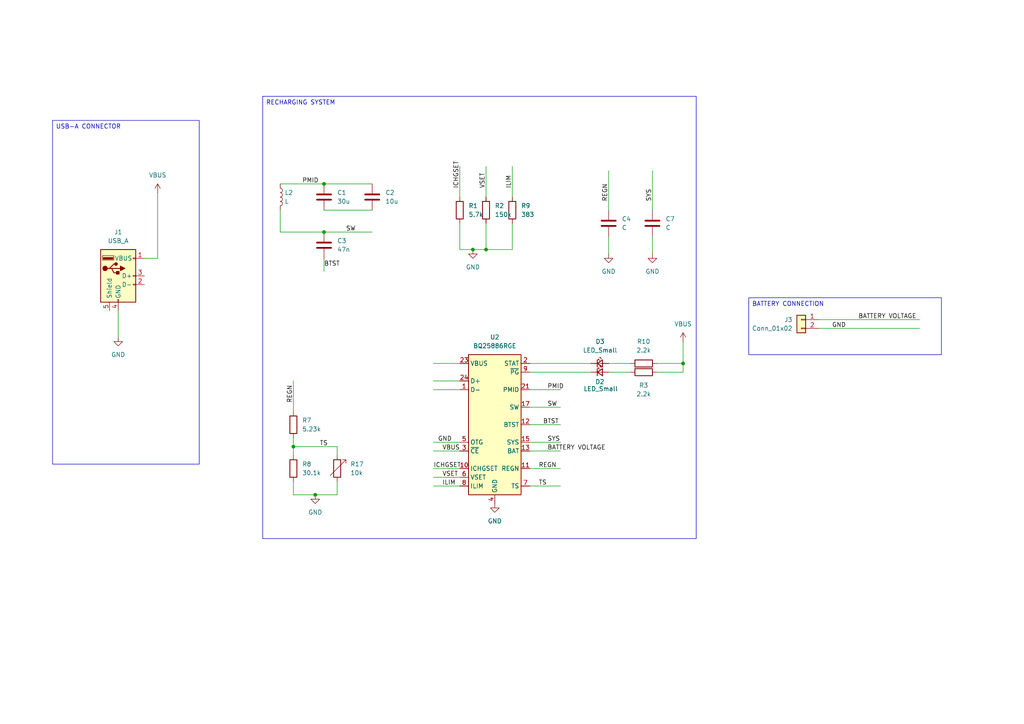
<source format=kicad_sch>
(kicad_sch
	(version 20250114)
	(generator "eeschema")
	(generator_version "9.0")
	(uuid "526866ff-66e7-4b6f-9df3-76dcc9b540ec")
	(paper "A4")
	(lib_symbols
		(symbol "Battery_Management:BQ25886RGE"
			(exclude_from_sim no)
			(in_bom yes)
			(on_board yes)
			(property "Reference" "U"
				(at -6.604 21.844 0)
				(effects
					(font
						(size 1.27 1.27)
					)
				)
			)
			(property "Value" "BQ25886RGE"
				(at 3.556 21.844 0)
				(effects
					(font
						(size 1.27 1.27)
					)
				)
			)
			(property "Footprint" "Package_DFN_QFN:Texas_RGE0024H_VQFN-24-1EP_4x4mm_P0.5mm_EP2.7x2.7mm"
				(at 0 -29.464 0)
				(effects
					(font
						(size 1.27 1.27)
					)
					(hide yes)
				)
			)
			(property "Datasheet" "http://www.ti.com/lit/ds/symlink/bq25886.pdf"
				(at 0 -27.432 0)
				(effects
					(font
						(size 1.27 1.27)
					)
					(hide yes)
				)
			)
			(property "Description" "Standalone 2-Cell (Li-Ion / Li-Polymer), 2A Boost-Mode Battery Charger With PowerPath, USB BC1.2 Detection, USB On-The-Go Boost (OTG), 4.3..6.2V VBUS, 8.2/8.4/8.7/8.8V charge voltage, 9.2V BATOVP, 1.5MHz, VQFN-24"
				(at 0 -25.4 0)
				(effects
					(font
						(size 1.27 1.27)
					)
					(hide yes)
				)
			)
			(property "ki_keywords" "Power-Path-Management"
				(at 0 0 0)
				(effects
					(font
						(size 1.27 1.27)
					)
					(hide yes)
				)
			)
			(property "ki_fp_filters" "*VQFN*4x4mm*P0.5mm*EP2.7x2.7*"
				(at 0 0 0)
				(effects
					(font
						(size 1.27 1.27)
					)
					(hide yes)
				)
			)
			(symbol "BQ25886RGE_0_1"
				(rectangle
					(start -7.62 20.32)
					(end 7.62 -20.32)
					(stroke
						(width 0.254)
						(type default)
					)
					(fill
						(type background)
					)
				)
			)
			(symbol "BQ25886RGE_1_1"
				(pin power_in line
					(at -10.16 17.78 0)
					(length 2.54)
					(name "VBUS"
						(effects
							(font
								(size 1.27 1.27)
							)
						)
					)
					(number "23"
						(effects
							(font
								(size 1.27 1.27)
							)
						)
					)
				)
				(pin bidirectional line
					(at -10.16 12.7 0)
					(length 2.54)
					(name "D+"
						(effects
							(font
								(size 1.27 1.27)
							)
						)
					)
					(number "24"
						(effects
							(font
								(size 1.27 1.27)
							)
						)
					)
				)
				(pin bidirectional line
					(at -10.16 10.16 0)
					(length 2.54)
					(name "D-"
						(effects
							(font
								(size 1.27 1.27)
							)
						)
					)
					(number "1"
						(effects
							(font
								(size 1.27 1.27)
							)
						)
					)
				)
				(pin input line
					(at -10.16 -5.08 0)
					(length 2.54)
					(name "OTG"
						(effects
							(font
								(size 1.27 1.27)
							)
						)
					)
					(number "5"
						(effects
							(font
								(size 1.27 1.27)
							)
						)
					)
				)
				(pin input line
					(at -10.16 -7.62 0)
					(length 2.54)
					(name "~{CE}"
						(effects
							(font
								(size 1.27 1.27)
							)
						)
					)
					(number "3"
						(effects
							(font
								(size 1.27 1.27)
							)
						)
					)
				)
				(pin passive line
					(at -10.16 -12.7 0)
					(length 2.54)
					(name "ICHGSET"
						(effects
							(font
								(size 1.27 1.27)
							)
						)
					)
					(number "10"
						(effects
							(font
								(size 1.27 1.27)
							)
						)
					)
				)
				(pin passive line
					(at -10.16 -15.24 0)
					(length 2.54)
					(name "VSET"
						(effects
							(font
								(size 1.27 1.27)
							)
						)
					)
					(number "6"
						(effects
							(font
								(size 1.27 1.27)
							)
						)
					)
				)
				(pin passive line
					(at -10.16 -17.78 0)
					(length 2.54)
					(name "ILIM"
						(effects
							(font
								(size 1.27 1.27)
							)
						)
					)
					(number "8"
						(effects
							(font
								(size 1.27 1.27)
							)
						)
					)
				)
				(pin passive line
					(at 0 -22.86 90)
					(length 2.54)
					(hide yes)
					(name "GND"
						(effects
							(font
								(size 1.27 1.27)
							)
						)
					)
					(number "19"
						(effects
							(font
								(size 1.27 1.27)
							)
						)
					)
				)
				(pin passive line
					(at 0 -22.86 90)
					(length 2.54)
					(hide yes)
					(name "GND"
						(effects
							(font
								(size 1.27 1.27)
							)
						)
					)
					(number "20"
						(effects
							(font
								(size 1.27 1.27)
							)
						)
					)
				)
				(pin passive line
					(at 0 -22.86 90)
					(length 2.54)
					(hide yes)
					(name "GND"
						(effects
							(font
								(size 1.27 1.27)
							)
						)
					)
					(number "25"
						(effects
							(font
								(size 1.27 1.27)
							)
						)
					)
				)
				(pin power_in line
					(at 0 -22.86 90)
					(length 2.54)
					(name "GND"
						(effects
							(font
								(size 1.27 1.27)
							)
						)
					)
					(number "4"
						(effects
							(font
								(size 1.27 1.27)
							)
						)
					)
				)
				(pin open_collector line
					(at 10.16 17.78 180)
					(length 2.54)
					(name "STAT"
						(effects
							(font
								(size 1.27 1.27)
							)
						)
					)
					(number "2"
						(effects
							(font
								(size 1.27 1.27)
							)
						)
					)
				)
				(pin open_collector line
					(at 10.16 15.24 180)
					(length 2.54)
					(name "~{PG}"
						(effects
							(font
								(size 1.27 1.27)
							)
						)
					)
					(number "9"
						(effects
							(font
								(size 1.27 1.27)
							)
						)
					)
				)
				(pin power_out line
					(at 10.16 10.16 180)
					(length 2.54)
					(name "PMID"
						(effects
							(font
								(size 1.27 1.27)
							)
						)
					)
					(number "21"
						(effects
							(font
								(size 1.27 1.27)
							)
						)
					)
				)
				(pin passive line
					(at 10.16 10.16 180)
					(length 2.54)
					(hide yes)
					(name "PMID"
						(effects
							(font
								(size 1.27 1.27)
							)
						)
					)
					(number "22"
						(effects
							(font
								(size 1.27 1.27)
							)
						)
					)
				)
				(pin power_in line
					(at 10.16 5.08 180)
					(length 2.54)
					(name "SW"
						(effects
							(font
								(size 1.27 1.27)
							)
						)
					)
					(number "17"
						(effects
							(font
								(size 1.27 1.27)
							)
						)
					)
				)
				(pin passive line
					(at 10.16 5.08 180)
					(length 2.54)
					(hide yes)
					(name "SW"
						(effects
							(font
								(size 1.27 1.27)
							)
						)
					)
					(number "18"
						(effects
							(font
								(size 1.27 1.27)
							)
						)
					)
				)
				(pin passive line
					(at 10.16 0 180)
					(length 2.54)
					(name "BTST"
						(effects
							(font
								(size 1.27 1.27)
							)
						)
					)
					(number "12"
						(effects
							(font
								(size 1.27 1.27)
							)
						)
					)
				)
				(pin power_out line
					(at 10.16 -5.08 180)
					(length 2.54)
					(name "SYS"
						(effects
							(font
								(size 1.27 1.27)
							)
						)
					)
					(number "15"
						(effects
							(font
								(size 1.27 1.27)
							)
						)
					)
				)
				(pin passive line
					(at 10.16 -5.08 180)
					(length 2.54)
					(hide yes)
					(name "SYS"
						(effects
							(font
								(size 1.27 1.27)
							)
						)
					)
					(number "16"
						(effects
							(font
								(size 1.27 1.27)
							)
						)
					)
				)
				(pin passive line
					(at 10.16 -7.62 180)
					(length 2.54)
					(name "BAT"
						(effects
							(font
								(size 1.27 1.27)
							)
						)
					)
					(number "13"
						(effects
							(font
								(size 1.27 1.27)
							)
						)
					)
				)
				(pin passive line
					(at 10.16 -7.62 180)
					(length 2.54)
					(hide yes)
					(name "BAT"
						(effects
							(font
								(size 1.27 1.27)
							)
						)
					)
					(number "14"
						(effects
							(font
								(size 1.27 1.27)
							)
						)
					)
				)
				(pin power_out line
					(at 10.16 -12.7 180)
					(length 2.54)
					(name "REGN"
						(effects
							(font
								(size 1.27 1.27)
							)
						)
					)
					(number "11"
						(effects
							(font
								(size 1.27 1.27)
							)
						)
					)
				)
				(pin input line
					(at 10.16 -17.78 180)
					(length 2.54)
					(name "TS"
						(effects
							(font
								(size 1.27 1.27)
							)
						)
					)
					(number "7"
						(effects
							(font
								(size 1.27 1.27)
							)
						)
					)
				)
			)
			(embedded_fonts no)
		)
		(symbol "Connector:USB_A"
			(pin_names
				(offset 1.016)
			)
			(exclude_from_sim no)
			(in_bom yes)
			(on_board yes)
			(property "Reference" "J"
				(at -5.08 11.43 0)
				(effects
					(font
						(size 1.27 1.27)
					)
					(justify left)
				)
			)
			(property "Value" "USB_A"
				(at -5.08 8.89 0)
				(effects
					(font
						(size 1.27 1.27)
					)
					(justify left)
				)
			)
			(property "Footprint" ""
				(at 3.81 -1.27 0)
				(effects
					(font
						(size 1.27 1.27)
					)
					(hide yes)
				)
			)
			(property "Datasheet" "~"
				(at 3.81 -1.27 0)
				(effects
					(font
						(size 1.27 1.27)
					)
					(hide yes)
				)
			)
			(property "Description" "USB Type A connector"
				(at 0 0 0)
				(effects
					(font
						(size 1.27 1.27)
					)
					(hide yes)
				)
			)
			(property "ki_keywords" "connector USB"
				(at 0 0 0)
				(effects
					(font
						(size 1.27 1.27)
					)
					(hide yes)
				)
			)
			(property "ki_fp_filters" "USB*"
				(at 0 0 0)
				(effects
					(font
						(size 1.27 1.27)
					)
					(hide yes)
				)
			)
			(symbol "USB_A_0_1"
				(rectangle
					(start -5.08 -7.62)
					(end 5.08 7.62)
					(stroke
						(width 0.254)
						(type default)
					)
					(fill
						(type background)
					)
				)
				(circle
					(center -3.81 2.159)
					(radius 0.635)
					(stroke
						(width 0.254)
						(type default)
					)
					(fill
						(type outline)
					)
				)
				(polyline
					(pts
						(xy -3.175 2.159) (xy -2.54 2.159) (xy -1.27 3.429) (xy -0.635 3.429)
					)
					(stroke
						(width 0.254)
						(type default)
					)
					(fill
						(type none)
					)
				)
				(polyline
					(pts
						(xy -2.54 2.159) (xy -1.905 2.159) (xy -1.27 0.889) (xy 0 0.889)
					)
					(stroke
						(width 0.254)
						(type default)
					)
					(fill
						(type none)
					)
				)
				(rectangle
					(start -1.524 4.826)
					(end -4.318 5.334)
					(stroke
						(width 0)
						(type default)
					)
					(fill
						(type outline)
					)
				)
				(rectangle
					(start -1.27 4.572)
					(end -4.572 5.842)
					(stroke
						(width 0)
						(type default)
					)
					(fill
						(type none)
					)
				)
				(circle
					(center -0.635 3.429)
					(radius 0.381)
					(stroke
						(width 0.254)
						(type default)
					)
					(fill
						(type outline)
					)
				)
				(rectangle
					(start -0.127 -7.62)
					(end 0.127 -6.858)
					(stroke
						(width 0)
						(type default)
					)
					(fill
						(type none)
					)
				)
				(rectangle
					(start 0.254 1.27)
					(end -0.508 0.508)
					(stroke
						(width 0.254)
						(type default)
					)
					(fill
						(type outline)
					)
				)
				(polyline
					(pts
						(xy 0.635 2.794) (xy 0.635 1.524) (xy 1.905 2.159) (xy 0.635 2.794)
					)
					(stroke
						(width 0.254)
						(type default)
					)
					(fill
						(type outline)
					)
				)
				(rectangle
					(start 5.08 4.953)
					(end 4.318 5.207)
					(stroke
						(width 0)
						(type default)
					)
					(fill
						(type none)
					)
				)
				(rectangle
					(start 5.08 -0.127)
					(end 4.318 0.127)
					(stroke
						(width 0)
						(type default)
					)
					(fill
						(type none)
					)
				)
				(rectangle
					(start 5.08 -2.667)
					(end 4.318 -2.413)
					(stroke
						(width 0)
						(type default)
					)
					(fill
						(type none)
					)
				)
			)
			(symbol "USB_A_1_1"
				(polyline
					(pts
						(xy -1.905 2.159) (xy 0.635 2.159)
					)
					(stroke
						(width 0.254)
						(type default)
					)
					(fill
						(type none)
					)
				)
				(pin passive line
					(at -2.54 -10.16 90)
					(length 2.54)
					(name "Shield"
						(effects
							(font
								(size 1.27 1.27)
							)
						)
					)
					(number "5"
						(effects
							(font
								(size 1.27 1.27)
							)
						)
					)
				)
				(pin power_in line
					(at 0 -10.16 90)
					(length 2.54)
					(name "GND"
						(effects
							(font
								(size 1.27 1.27)
							)
						)
					)
					(number "4"
						(effects
							(font
								(size 1.27 1.27)
							)
						)
					)
				)
				(pin power_in line
					(at 7.62 5.08 180)
					(length 2.54)
					(name "VBUS"
						(effects
							(font
								(size 1.27 1.27)
							)
						)
					)
					(number "1"
						(effects
							(font
								(size 1.27 1.27)
							)
						)
					)
				)
				(pin bidirectional line
					(at 7.62 0 180)
					(length 2.54)
					(name "D+"
						(effects
							(font
								(size 1.27 1.27)
							)
						)
					)
					(number "3"
						(effects
							(font
								(size 1.27 1.27)
							)
						)
					)
				)
				(pin bidirectional line
					(at 7.62 -2.54 180)
					(length 2.54)
					(name "D-"
						(effects
							(font
								(size 1.27 1.27)
							)
						)
					)
					(number "2"
						(effects
							(font
								(size 1.27 1.27)
							)
						)
					)
				)
			)
			(embedded_fonts no)
		)
		(symbol "Connector_Generic:Conn_01x02"
			(pin_names
				(offset 1.016)
				(hide yes)
			)
			(exclude_from_sim no)
			(in_bom yes)
			(on_board yes)
			(property "Reference" "J"
				(at 0 2.54 0)
				(effects
					(font
						(size 1.27 1.27)
					)
				)
			)
			(property "Value" "Conn_01x02"
				(at 0 -5.08 0)
				(effects
					(font
						(size 1.27 1.27)
					)
				)
			)
			(property "Footprint" ""
				(at 0 0 0)
				(effects
					(font
						(size 1.27 1.27)
					)
					(hide yes)
				)
			)
			(property "Datasheet" "~"
				(at 0 0 0)
				(effects
					(font
						(size 1.27 1.27)
					)
					(hide yes)
				)
			)
			(property "Description" "Generic connector, single row, 01x02, script generated (kicad-library-utils/schlib/autogen/connector/)"
				(at 0 0 0)
				(effects
					(font
						(size 1.27 1.27)
					)
					(hide yes)
				)
			)
			(property "ki_keywords" "connector"
				(at 0 0 0)
				(effects
					(font
						(size 1.27 1.27)
					)
					(hide yes)
				)
			)
			(property "ki_fp_filters" "Connector*:*_1x??_*"
				(at 0 0 0)
				(effects
					(font
						(size 1.27 1.27)
					)
					(hide yes)
				)
			)
			(symbol "Conn_01x02_1_1"
				(rectangle
					(start -1.27 1.27)
					(end 1.27 -3.81)
					(stroke
						(width 0.254)
						(type default)
					)
					(fill
						(type background)
					)
				)
				(rectangle
					(start -1.27 0.127)
					(end 0 -0.127)
					(stroke
						(width 0.1524)
						(type default)
					)
					(fill
						(type none)
					)
				)
				(rectangle
					(start -1.27 -2.413)
					(end 0 -2.667)
					(stroke
						(width 0.1524)
						(type default)
					)
					(fill
						(type none)
					)
				)
				(pin passive line
					(at -5.08 0 0)
					(length 3.81)
					(name "Pin_1"
						(effects
							(font
								(size 1.27 1.27)
							)
						)
					)
					(number "1"
						(effects
							(font
								(size 1.27 1.27)
							)
						)
					)
				)
				(pin passive line
					(at -5.08 -2.54 0)
					(length 3.81)
					(name "Pin_2"
						(effects
							(font
								(size 1.27 1.27)
							)
						)
					)
					(number "2"
						(effects
							(font
								(size 1.27 1.27)
							)
						)
					)
				)
			)
			(embedded_fonts no)
		)
		(symbol "Device:C"
			(pin_numbers
				(hide yes)
			)
			(pin_names
				(offset 0.254)
			)
			(exclude_from_sim no)
			(in_bom yes)
			(on_board yes)
			(property "Reference" "C"
				(at 0.635 2.54 0)
				(effects
					(font
						(size 1.27 1.27)
					)
					(justify left)
				)
			)
			(property "Value" "C"
				(at 0.635 -2.54 0)
				(effects
					(font
						(size 1.27 1.27)
					)
					(justify left)
				)
			)
			(property "Footprint" ""
				(at 0.9652 -3.81 0)
				(effects
					(font
						(size 1.27 1.27)
					)
					(hide yes)
				)
			)
			(property "Datasheet" "~"
				(at 0 0 0)
				(effects
					(font
						(size 1.27 1.27)
					)
					(hide yes)
				)
			)
			(property "Description" "Unpolarized capacitor"
				(at 0 0 0)
				(effects
					(font
						(size 1.27 1.27)
					)
					(hide yes)
				)
			)
			(property "ki_keywords" "cap capacitor"
				(at 0 0 0)
				(effects
					(font
						(size 1.27 1.27)
					)
					(hide yes)
				)
			)
			(property "ki_fp_filters" "C_*"
				(at 0 0 0)
				(effects
					(font
						(size 1.27 1.27)
					)
					(hide yes)
				)
			)
			(symbol "C_0_1"
				(polyline
					(pts
						(xy -2.032 0.762) (xy 2.032 0.762)
					)
					(stroke
						(width 0.508)
						(type default)
					)
					(fill
						(type none)
					)
				)
				(polyline
					(pts
						(xy -2.032 -0.762) (xy 2.032 -0.762)
					)
					(stroke
						(width 0.508)
						(type default)
					)
					(fill
						(type none)
					)
				)
			)
			(symbol "C_1_1"
				(pin passive line
					(at 0 3.81 270)
					(length 2.794)
					(name "~"
						(effects
							(font
								(size 1.27 1.27)
							)
						)
					)
					(number "1"
						(effects
							(font
								(size 1.27 1.27)
							)
						)
					)
				)
				(pin passive line
					(at 0 -3.81 90)
					(length 2.794)
					(name "~"
						(effects
							(font
								(size 1.27 1.27)
							)
						)
					)
					(number "2"
						(effects
							(font
								(size 1.27 1.27)
							)
						)
					)
				)
			)
			(embedded_fonts no)
		)
		(symbol "Device:L"
			(pin_numbers
				(hide yes)
			)
			(pin_names
				(offset 1.016)
				(hide yes)
			)
			(exclude_from_sim no)
			(in_bom yes)
			(on_board yes)
			(property "Reference" "L"
				(at -1.27 0 90)
				(effects
					(font
						(size 1.27 1.27)
					)
				)
			)
			(property "Value" "L"
				(at 1.905 0 90)
				(effects
					(font
						(size 1.27 1.27)
					)
				)
			)
			(property "Footprint" ""
				(at 0 0 0)
				(effects
					(font
						(size 1.27 1.27)
					)
					(hide yes)
				)
			)
			(property "Datasheet" "~"
				(at 0 0 0)
				(effects
					(font
						(size 1.27 1.27)
					)
					(hide yes)
				)
			)
			(property "Description" "Inductor"
				(at 0 0 0)
				(effects
					(font
						(size 1.27 1.27)
					)
					(hide yes)
				)
			)
			(property "ki_keywords" "inductor choke coil reactor magnetic"
				(at 0 0 0)
				(effects
					(font
						(size 1.27 1.27)
					)
					(hide yes)
				)
			)
			(property "ki_fp_filters" "Choke_* *Coil* Inductor_* L_*"
				(at 0 0 0)
				(effects
					(font
						(size 1.27 1.27)
					)
					(hide yes)
				)
			)
			(symbol "L_0_1"
				(arc
					(start 0 2.54)
					(mid 0.6323 1.905)
					(end 0 1.27)
					(stroke
						(width 0)
						(type default)
					)
					(fill
						(type none)
					)
				)
				(arc
					(start 0 1.27)
					(mid 0.6323 0.635)
					(end 0 0)
					(stroke
						(width 0)
						(type default)
					)
					(fill
						(type none)
					)
				)
				(arc
					(start 0 0)
					(mid 0.6323 -0.635)
					(end 0 -1.27)
					(stroke
						(width 0)
						(type default)
					)
					(fill
						(type none)
					)
				)
				(arc
					(start 0 -1.27)
					(mid 0.6323 -1.905)
					(end 0 -2.54)
					(stroke
						(width 0)
						(type default)
					)
					(fill
						(type none)
					)
				)
			)
			(symbol "L_1_1"
				(pin passive line
					(at 0 3.81 270)
					(length 1.27)
					(name "1"
						(effects
							(font
								(size 1.27 1.27)
							)
						)
					)
					(number "1"
						(effects
							(font
								(size 1.27 1.27)
							)
						)
					)
				)
				(pin passive line
					(at 0 -3.81 90)
					(length 1.27)
					(name "2"
						(effects
							(font
								(size 1.27 1.27)
							)
						)
					)
					(number "2"
						(effects
							(font
								(size 1.27 1.27)
							)
						)
					)
				)
			)
			(embedded_fonts no)
		)
		(symbol "Device:LED_Small"
			(pin_numbers
				(hide yes)
			)
			(pin_names
				(offset 0.254)
				(hide yes)
			)
			(exclude_from_sim no)
			(in_bom yes)
			(on_board yes)
			(property "Reference" "D"
				(at -1.27 3.175 0)
				(effects
					(font
						(size 1.27 1.27)
					)
					(justify left)
				)
			)
			(property "Value" "LED_Small"
				(at -4.445 -2.54 0)
				(effects
					(font
						(size 1.27 1.27)
					)
					(justify left)
				)
			)
			(property "Footprint" ""
				(at 0 0 90)
				(effects
					(font
						(size 1.27 1.27)
					)
					(hide yes)
				)
			)
			(property "Datasheet" "~"
				(at 0 0 90)
				(effects
					(font
						(size 1.27 1.27)
					)
					(hide yes)
				)
			)
			(property "Description" "Light emitting diode, small symbol"
				(at 0 0 0)
				(effects
					(font
						(size 1.27 1.27)
					)
					(hide yes)
				)
			)
			(property "Sim.Pin" "1=K 2=A"
				(at 0 0 0)
				(effects
					(font
						(size 1.27 1.27)
					)
					(hide yes)
				)
			)
			(property "ki_keywords" "LED diode light-emitting-diode"
				(at 0 0 0)
				(effects
					(font
						(size 1.27 1.27)
					)
					(hide yes)
				)
			)
			(property "ki_fp_filters" "LED* LED_SMD:* LED_THT:*"
				(at 0 0 0)
				(effects
					(font
						(size 1.27 1.27)
					)
					(hide yes)
				)
			)
			(symbol "LED_Small_0_1"
				(polyline
					(pts
						(xy -0.762 -1.016) (xy -0.762 1.016)
					)
					(stroke
						(width 0.254)
						(type default)
					)
					(fill
						(type none)
					)
				)
				(polyline
					(pts
						(xy 0 0.762) (xy -0.508 1.27) (xy -0.254 1.27) (xy -0.508 1.27) (xy -0.508 1.016)
					)
					(stroke
						(width 0)
						(type default)
					)
					(fill
						(type none)
					)
				)
				(polyline
					(pts
						(xy 0.508 1.27) (xy 0 1.778) (xy 0.254 1.778) (xy 0 1.778) (xy 0 1.524)
					)
					(stroke
						(width 0)
						(type default)
					)
					(fill
						(type none)
					)
				)
				(polyline
					(pts
						(xy 0.762 -1.016) (xy -0.762 0) (xy 0.762 1.016) (xy 0.762 -1.016)
					)
					(stroke
						(width 0.254)
						(type default)
					)
					(fill
						(type none)
					)
				)
				(polyline
					(pts
						(xy 1.016 0) (xy -0.762 0)
					)
					(stroke
						(width 0)
						(type default)
					)
					(fill
						(type none)
					)
				)
			)
			(symbol "LED_Small_1_1"
				(pin passive line
					(at -2.54 0 0)
					(length 1.778)
					(name "K"
						(effects
							(font
								(size 1.27 1.27)
							)
						)
					)
					(number "1"
						(effects
							(font
								(size 1.27 1.27)
							)
						)
					)
				)
				(pin passive line
					(at 2.54 0 180)
					(length 1.778)
					(name "A"
						(effects
							(font
								(size 1.27 1.27)
							)
						)
					)
					(number "2"
						(effects
							(font
								(size 1.27 1.27)
							)
						)
					)
				)
			)
			(embedded_fonts no)
		)
		(symbol "Device:R"
			(pin_numbers
				(hide yes)
			)
			(pin_names
				(offset 0)
			)
			(exclude_from_sim no)
			(in_bom yes)
			(on_board yes)
			(property "Reference" "R"
				(at 2.032 0 90)
				(effects
					(font
						(size 1.27 1.27)
					)
				)
			)
			(property "Value" "R"
				(at 0 0 90)
				(effects
					(font
						(size 1.27 1.27)
					)
				)
			)
			(property "Footprint" ""
				(at -1.778 0 90)
				(effects
					(font
						(size 1.27 1.27)
					)
					(hide yes)
				)
			)
			(property "Datasheet" "~"
				(at 0 0 0)
				(effects
					(font
						(size 1.27 1.27)
					)
					(hide yes)
				)
			)
			(property "Description" "Resistor"
				(at 0 0 0)
				(effects
					(font
						(size 1.27 1.27)
					)
					(hide yes)
				)
			)
			(property "ki_keywords" "R res resistor"
				(at 0 0 0)
				(effects
					(font
						(size 1.27 1.27)
					)
					(hide yes)
				)
			)
			(property "ki_fp_filters" "R_*"
				(at 0 0 0)
				(effects
					(font
						(size 1.27 1.27)
					)
					(hide yes)
				)
			)
			(symbol "R_0_1"
				(rectangle
					(start -1.016 -2.54)
					(end 1.016 2.54)
					(stroke
						(width 0.254)
						(type default)
					)
					(fill
						(type none)
					)
				)
			)
			(symbol "R_1_1"
				(pin passive line
					(at 0 3.81 270)
					(length 1.27)
					(name "~"
						(effects
							(font
								(size 1.27 1.27)
							)
						)
					)
					(number "1"
						(effects
							(font
								(size 1.27 1.27)
							)
						)
					)
				)
				(pin passive line
					(at 0 -3.81 90)
					(length 1.27)
					(name "~"
						(effects
							(font
								(size 1.27 1.27)
							)
						)
					)
					(number "2"
						(effects
							(font
								(size 1.27 1.27)
							)
						)
					)
				)
			)
			(embedded_fonts no)
		)
		(symbol "Device:R_Variable"
			(pin_numbers
				(hide yes)
			)
			(pin_names
				(offset 0)
			)
			(exclude_from_sim no)
			(in_bom yes)
			(on_board yes)
			(property "Reference" "R"
				(at 2.54 -2.54 90)
				(effects
					(font
						(size 1.27 1.27)
					)
					(justify left)
				)
			)
			(property "Value" "R_Variable"
				(at -2.54 -1.27 90)
				(effects
					(font
						(size 1.27 1.27)
					)
					(justify left)
				)
			)
			(property "Footprint" ""
				(at -1.778 0 90)
				(effects
					(font
						(size 1.27 1.27)
					)
					(hide yes)
				)
			)
			(property "Datasheet" "~"
				(at 0 0 0)
				(effects
					(font
						(size 1.27 1.27)
					)
					(hide yes)
				)
			)
			(property "Description" "Variable resistor"
				(at 0 0 0)
				(effects
					(font
						(size 1.27 1.27)
					)
					(hide yes)
				)
			)
			(property "ki_keywords" "R res resistor variable potentiometer rheostat"
				(at 0 0 0)
				(effects
					(font
						(size 1.27 1.27)
					)
					(hide yes)
				)
			)
			(property "ki_fp_filters" "R_*"
				(at 0 0 0)
				(effects
					(font
						(size 1.27 1.27)
					)
					(hide yes)
				)
			)
			(symbol "R_Variable_0_1"
				(rectangle
					(start -1.016 -2.54)
					(end 1.016 2.54)
					(stroke
						(width 0.254)
						(type default)
					)
					(fill
						(type none)
					)
				)
				(polyline
					(pts
						(xy 2.54 1.524) (xy 2.54 2.54) (xy 1.524 2.54) (xy 2.54 2.54) (xy -2.032 -2.032)
					)
					(stroke
						(width 0)
						(type default)
					)
					(fill
						(type none)
					)
				)
			)
			(symbol "R_Variable_1_1"
				(pin passive line
					(at 0 3.81 270)
					(length 1.27)
					(name "~"
						(effects
							(font
								(size 1.27 1.27)
							)
						)
					)
					(number "1"
						(effects
							(font
								(size 1.27 1.27)
							)
						)
					)
				)
				(pin passive line
					(at 0 -3.81 90)
					(length 1.27)
					(name "~"
						(effects
							(font
								(size 1.27 1.27)
							)
						)
					)
					(number "2"
						(effects
							(font
								(size 1.27 1.27)
							)
						)
					)
				)
			)
			(embedded_fonts no)
		)
		(symbol "power:GND"
			(power)
			(pin_numbers
				(hide yes)
			)
			(pin_names
				(offset 0)
				(hide yes)
			)
			(exclude_from_sim no)
			(in_bom yes)
			(on_board yes)
			(property "Reference" "#PWR"
				(at 0 -6.35 0)
				(effects
					(font
						(size 1.27 1.27)
					)
					(hide yes)
				)
			)
			(property "Value" "GND"
				(at 0 -3.81 0)
				(effects
					(font
						(size 1.27 1.27)
					)
				)
			)
			(property "Footprint" ""
				(at 0 0 0)
				(effects
					(font
						(size 1.27 1.27)
					)
					(hide yes)
				)
			)
			(property "Datasheet" ""
				(at 0 0 0)
				(effects
					(font
						(size 1.27 1.27)
					)
					(hide yes)
				)
			)
			(property "Description" "Power symbol creates a global label with name \"GND\" , ground"
				(at 0 0 0)
				(effects
					(font
						(size 1.27 1.27)
					)
					(hide yes)
				)
			)
			(property "ki_keywords" "global power"
				(at 0 0 0)
				(effects
					(font
						(size 1.27 1.27)
					)
					(hide yes)
				)
			)
			(symbol "GND_0_1"
				(polyline
					(pts
						(xy 0 0) (xy 0 -1.27) (xy 1.27 -1.27) (xy 0 -2.54) (xy -1.27 -1.27) (xy 0 -1.27)
					)
					(stroke
						(width 0)
						(type default)
					)
					(fill
						(type none)
					)
				)
			)
			(symbol "GND_1_1"
				(pin power_in line
					(at 0 0 270)
					(length 0)
					(name "~"
						(effects
							(font
								(size 1.27 1.27)
							)
						)
					)
					(number "1"
						(effects
							(font
								(size 1.27 1.27)
							)
						)
					)
				)
			)
			(embedded_fonts no)
		)
		(symbol "power:VBUS"
			(power)
			(pin_numbers
				(hide yes)
			)
			(pin_names
				(offset 0)
				(hide yes)
			)
			(exclude_from_sim no)
			(in_bom yes)
			(on_board yes)
			(property "Reference" "#PWR"
				(at 0 -3.81 0)
				(effects
					(font
						(size 1.27 1.27)
					)
					(hide yes)
				)
			)
			(property "Value" "VBUS"
				(at 0 3.556 0)
				(effects
					(font
						(size 1.27 1.27)
					)
				)
			)
			(property "Footprint" ""
				(at 0 0 0)
				(effects
					(font
						(size 1.27 1.27)
					)
					(hide yes)
				)
			)
			(property "Datasheet" ""
				(at 0 0 0)
				(effects
					(font
						(size 1.27 1.27)
					)
					(hide yes)
				)
			)
			(property "Description" "Power symbol creates a global label with name \"VBUS\""
				(at 0 0 0)
				(effects
					(font
						(size 1.27 1.27)
					)
					(hide yes)
				)
			)
			(property "ki_keywords" "global power"
				(at 0 0 0)
				(effects
					(font
						(size 1.27 1.27)
					)
					(hide yes)
				)
			)
			(symbol "VBUS_0_1"
				(polyline
					(pts
						(xy -0.762 1.27) (xy 0 2.54)
					)
					(stroke
						(width 0)
						(type default)
					)
					(fill
						(type none)
					)
				)
				(polyline
					(pts
						(xy 0 2.54) (xy 0.762 1.27)
					)
					(stroke
						(width 0)
						(type default)
					)
					(fill
						(type none)
					)
				)
				(polyline
					(pts
						(xy 0 0) (xy 0 2.54)
					)
					(stroke
						(width 0)
						(type default)
					)
					(fill
						(type none)
					)
				)
			)
			(symbol "VBUS_1_1"
				(pin power_in line
					(at 0 0 90)
					(length 0)
					(name "~"
						(effects
							(font
								(size 1.27 1.27)
							)
						)
					)
					(number "1"
						(effects
							(font
								(size 1.27 1.27)
							)
						)
					)
				)
			)
			(embedded_fonts no)
		)
	)
	(text_box "BATTERY CONNECTION\n"
		(exclude_from_sim no)
		(at 217.17 86.36 0)
		(size 55.88 16.51)
		(margins 0.9525 0.9525 0.9525 0.9525)
		(stroke
			(width 0)
			(type solid)
		)
		(fill
			(type none)
		)
		(effects
			(font
				(size 1.27 1.27)
			)
			(justify left top)
		)
		(uuid "3e3871e3-5c50-44b5-88bf-165b8a569554")
	)
	(text_box "USB-A CONNECTOR\n"
		(exclude_from_sim no)
		(at 15.24 34.925 0)
		(size 42.545 99.695)
		(margins 0.9525 0.9525 0.9525 0.9525)
		(stroke
			(width 0)
			(type solid)
		)
		(fill
			(type none)
		)
		(effects
			(font
				(size 1.27 1.27)
			)
			(justify left top)
		)
		(uuid "c8af01fa-6292-4fd6-9acc-319a4d8825fd")
	)
	(text_box "RECHARGING SYSTEM\n"
		(exclude_from_sim no)
		(at 76.2 27.94 0)
		(size 125.73 128.27)
		(margins 0.9525 0.9525 0.9525 0.9525)
		(stroke
			(width 0)
			(type solid)
		)
		(fill
			(type none)
		)
		(effects
			(font
				(size 1.27 1.27)
			)
			(justify left top)
		)
		(uuid "df540d4b-c8f3-491b-8957-f1639f9ed4ea")
	)
	(junction
		(at 93.98 53.34)
		(diameter 0)
		(color 0 0 0 0)
		(uuid "1a34cc52-bd7f-40a3-b3c6-c10082a92b92")
	)
	(junction
		(at 137.16 72.39)
		(diameter 0)
		(color 0 0 0 0)
		(uuid "3c01c14f-ddb5-4fcd-a093-8f76cb9495ef")
	)
	(junction
		(at 140.97 72.39)
		(diameter 0)
		(color 0 0 0 0)
		(uuid "58a1ab93-1eeb-4816-a80c-b3cc009d680c")
	)
	(junction
		(at 198.12 105.41)
		(diameter 0)
		(color 0 0 0 0)
		(uuid "ab8fda98-ea4d-477f-a54e-3954bbc4b5d5")
	)
	(junction
		(at 93.98 67.31)
		(diameter 0)
		(color 0 0 0 0)
		(uuid "c56be5f9-3d08-4e5b-a325-7cbe197cd643")
	)
	(junction
		(at 91.44 143.51)
		(diameter 0)
		(color 0 0 0 0)
		(uuid "cc0a422a-0e7b-4e4d-a6a5-c5c947f4172a")
	)
	(junction
		(at 85.09 129.54)
		(diameter 0)
		(color 0 0 0 0)
		(uuid "ff51d47c-a515-4a10-aa68-3f02364ac9e0")
	)
	(wire
		(pts
			(xy 189.23 68.58) (xy 189.23 73.66)
		)
		(stroke
			(width 0)
			(type default)
		)
		(uuid "0233731a-2c2b-4f54-a02d-5b07d38037f9")
	)
	(wire
		(pts
			(xy 81.28 67.31) (xy 93.98 67.31)
		)
		(stroke
			(width 0)
			(type default)
		)
		(uuid "0586f3b3-65e1-41c6-8be2-d0442059fae2")
	)
	(wire
		(pts
			(xy 153.67 130.81) (xy 162.56 130.81)
		)
		(stroke
			(width 0)
			(type default)
		)
		(uuid "074b8d2e-c070-4b8a-9f53-12a9ba61ba9e")
	)
	(wire
		(pts
			(xy 176.53 105.41) (xy 182.88 105.41)
		)
		(stroke
			(width 0)
			(type default)
		)
		(uuid "08892e53-a36c-4912-a05f-83d6bebef0d4")
	)
	(wire
		(pts
			(xy 34.29 90.17) (xy 34.29 97.79)
		)
		(stroke
			(width 0)
			(type default)
		)
		(uuid "0b228b23-f8db-4002-9c86-b8fbcfc50dcd")
	)
	(wire
		(pts
			(xy 189.23 49.53) (xy 189.23 60.96)
		)
		(stroke
			(width 0)
			(type default)
		)
		(uuid "102ae6d0-4704-44d8-b065-ca0f3bfd101a")
	)
	(wire
		(pts
			(xy 198.12 107.95) (xy 198.12 105.41)
		)
		(stroke
			(width 0)
			(type default)
		)
		(uuid "15d3a0eb-5074-4cb9-805e-295151fd5ee4")
	)
	(wire
		(pts
			(xy 125.73 138.43) (xy 133.35 138.43)
		)
		(stroke
			(width 0)
			(type default)
		)
		(uuid "1e778f33-0796-4e33-8217-f331976b5171")
	)
	(wire
		(pts
			(xy 153.67 140.97) (xy 162.56 140.97)
		)
		(stroke
			(width 0)
			(type default)
		)
		(uuid "1fd2cad2-c171-400c-9e6a-7f884285c6d7")
	)
	(wire
		(pts
			(xy 91.44 143.51) (xy 97.79 143.51)
		)
		(stroke
			(width 0)
			(type default)
		)
		(uuid "2120f90f-3cf9-4e7c-b9bf-1cc9a9843b3b")
	)
	(wire
		(pts
			(xy 153.67 113.03) (xy 162.56 113.03)
		)
		(stroke
			(width 0)
			(type default)
		)
		(uuid "25c6d667-ff5b-47f8-a797-7eb1e4094489")
	)
	(wire
		(pts
			(xy 85.09 129.54) (xy 97.79 129.54)
		)
		(stroke
			(width 0)
			(type default)
		)
		(uuid "33053ad8-8aff-4907-94bd-3549d1b55df2")
	)
	(wire
		(pts
			(xy 125.73 128.27) (xy 133.35 128.27)
		)
		(stroke
			(width 0)
			(type default)
		)
		(uuid "33ba6d42-981d-477a-8177-89f1a789108e")
	)
	(wire
		(pts
			(xy 237.49 92.71) (xy 266.7 92.71)
		)
		(stroke
			(width 0)
			(type default)
		)
		(uuid "37423ae1-fba3-4f1e-b725-d81bf25f8315")
	)
	(wire
		(pts
			(xy 153.67 118.11) (xy 162.56 118.11)
		)
		(stroke
			(width 0)
			(type default)
		)
		(uuid "3903d7b2-9de0-46d4-a1f5-414eca8a9bec")
	)
	(wire
		(pts
			(xy 81.28 60.96) (xy 81.28 67.31)
		)
		(stroke
			(width 0)
			(type default)
		)
		(uuid "39d53c4a-78a6-4afc-878c-b4b99eb73297")
	)
	(wire
		(pts
			(xy 198.12 105.41) (xy 190.5 105.41)
		)
		(stroke
			(width 0)
			(type default)
		)
		(uuid "3a895021-5ca2-42e7-a864-37f1ff3151fa")
	)
	(wire
		(pts
			(xy 41.91 74.93) (xy 45.72 74.93)
		)
		(stroke
			(width 0)
			(type default)
		)
		(uuid "3ff7f135-6981-4bc1-a344-4bc4a7a5d48f")
	)
	(wire
		(pts
			(xy 148.59 64.77) (xy 148.59 72.39)
		)
		(stroke
			(width 0)
			(type default)
		)
		(uuid "419f581c-1de6-463e-b003-43874e352d0d")
	)
	(wire
		(pts
			(xy 81.28 53.34) (xy 93.98 53.34)
		)
		(stroke
			(width 0)
			(type default)
		)
		(uuid "4a16f1f8-f5d8-461f-ab18-1f6f29316b26")
	)
	(wire
		(pts
			(xy 237.49 95.25) (xy 266.7 95.25)
		)
		(stroke
			(width 0)
			(type default)
		)
		(uuid "4df10a7a-82af-4509-9b22-201c3ac905e7")
	)
	(wire
		(pts
			(xy 133.35 48.26) (xy 133.35 57.15)
		)
		(stroke
			(width 0)
			(type default)
		)
		(uuid "4e9694ff-5aaa-4020-a905-8efcd80ef619")
	)
	(wire
		(pts
			(xy 153.67 105.41) (xy 171.45 105.41)
		)
		(stroke
			(width 0)
			(type default)
		)
		(uuid "559167b4-9cb5-49ee-9da3-e1cd98f5617a")
	)
	(wire
		(pts
			(xy 93.98 60.96) (xy 107.95 60.96)
		)
		(stroke
			(width 0)
			(type default)
		)
		(uuid "5c81b20f-4f0c-4f63-9137-ab070367038d")
	)
	(wire
		(pts
			(xy 133.35 72.39) (xy 137.16 72.39)
		)
		(stroke
			(width 0)
			(type default)
		)
		(uuid "5df4a730-e152-4ea0-9123-c486bf8b0530")
	)
	(wire
		(pts
			(xy 93.98 67.31) (xy 107.95 67.31)
		)
		(stroke
			(width 0)
			(type default)
		)
		(uuid "5ed33e70-e1b4-4a5a-869c-8b079f5fa214")
	)
	(wire
		(pts
			(xy 125.73 130.81) (xy 133.35 130.81)
		)
		(stroke
			(width 0)
			(type default)
		)
		(uuid "5fea59b2-6025-43b9-8e1d-b6b9d8bccaf8")
	)
	(wire
		(pts
			(xy 125.73 110.49) (xy 133.35 110.49)
		)
		(stroke
			(width 0)
			(type default)
		)
		(uuid "611afd64-abc0-4c91-bb7f-ef5e6e8f959b")
	)
	(wire
		(pts
			(xy 176.53 68.58) (xy 176.53 73.66)
		)
		(stroke
			(width 0)
			(type default)
		)
		(uuid "65cb7f41-e623-46b4-9648-bcbe5ec060f4")
	)
	(wire
		(pts
			(xy 133.35 64.77) (xy 133.35 72.39)
		)
		(stroke
			(width 0)
			(type default)
		)
		(uuid "67333a53-9900-4916-9fce-61eca79aa031")
	)
	(wire
		(pts
			(xy 85.09 127) (xy 85.09 129.54)
		)
		(stroke
			(width 0)
			(type default)
		)
		(uuid "6fb14002-efef-4550-a7c7-772f2f3fa0eb")
	)
	(wire
		(pts
			(xy 93.98 53.34) (xy 107.95 53.34)
		)
		(stroke
			(width 0)
			(type default)
		)
		(uuid "7bbc23a5-9092-48c0-b888-c7bc7d883f29")
	)
	(wire
		(pts
			(xy 176.53 49.53) (xy 176.53 60.96)
		)
		(stroke
			(width 0)
			(type default)
		)
		(uuid "802b8f24-e1d9-40a7-a51d-2c4f3ce9902f")
	)
	(wire
		(pts
			(xy 140.97 72.39) (xy 148.59 72.39)
		)
		(stroke
			(width 0)
			(type default)
		)
		(uuid "8146537e-dc90-4183-a21d-f4e045b2d089")
	)
	(wire
		(pts
			(xy 190.5 107.95) (xy 198.12 107.95)
		)
		(stroke
			(width 0)
			(type default)
		)
		(uuid "81b0e224-61bd-4a95-9692-87d53a4f3190")
	)
	(wire
		(pts
			(xy 153.67 107.95) (xy 171.45 107.95)
		)
		(stroke
			(width 0)
			(type default)
		)
		(uuid "8a8ea313-7de2-471b-b1df-715eed43b7cd")
	)
	(wire
		(pts
			(xy 140.97 64.77) (xy 140.97 72.39)
		)
		(stroke
			(width 0)
			(type default)
		)
		(uuid "8b67a796-6604-401d-9bf3-044b06c50c5e")
	)
	(wire
		(pts
			(xy 125.73 113.03) (xy 133.35 113.03)
		)
		(stroke
			(width 0)
			(type default)
		)
		(uuid "8d3c0b51-d374-4cce-b86f-ea8d92d4c4f5")
	)
	(wire
		(pts
			(xy 125.73 140.97) (xy 133.35 140.97)
		)
		(stroke
			(width 0)
			(type default)
		)
		(uuid "8f231287-d968-40f7-ba1d-e56d3e456200")
	)
	(wire
		(pts
			(xy 85.09 139.7) (xy 85.09 143.51)
		)
		(stroke
			(width 0)
			(type default)
		)
		(uuid "8feff609-695b-4d2d-943c-df5aaaff167f")
	)
	(wire
		(pts
			(xy 148.59 48.26) (xy 148.59 57.15)
		)
		(stroke
			(width 0)
			(type default)
		)
		(uuid "964151b0-cae6-477d-a97e-01c7e282c2ef")
	)
	(wire
		(pts
			(xy 93.98 74.93) (xy 93.98 78.74)
		)
		(stroke
			(width 0)
			(type default)
		)
		(uuid "98b53cbc-300c-4bce-be40-c109ee673911")
	)
	(wire
		(pts
			(xy 198.12 99.06) (xy 198.12 105.41)
		)
		(stroke
			(width 0)
			(type default)
		)
		(uuid "9beb92e7-4716-4962-81cc-ea8b49794c81")
	)
	(wire
		(pts
			(xy 153.67 135.89) (xy 162.56 135.89)
		)
		(stroke
			(width 0)
			(type default)
		)
		(uuid "a008e41c-a346-46b4-b846-c12a7ba52e9c")
	)
	(wire
		(pts
			(xy 125.73 105.41) (xy 133.35 105.41)
		)
		(stroke
			(width 0)
			(type default)
		)
		(uuid "a5620ebd-ef4f-4a84-ad7d-236c7aac6b6e")
	)
	(wire
		(pts
			(xy 153.67 123.19) (xy 162.56 123.19)
		)
		(stroke
			(width 0)
			(type default)
		)
		(uuid "a90770de-a131-4a03-ba17-d87600682b24")
	)
	(wire
		(pts
			(xy 176.53 107.95) (xy 182.88 107.95)
		)
		(stroke
			(width 0)
			(type default)
		)
		(uuid "afac9ca9-e138-4e8f-b8e4-6ac47df2fea2")
	)
	(wire
		(pts
			(xy 140.97 48.26) (xy 140.97 57.15)
		)
		(stroke
			(width 0)
			(type default)
		)
		(uuid "ba0e780b-0541-44d6-8f6b-2b772407c762")
	)
	(wire
		(pts
			(xy 97.79 143.51) (xy 97.79 139.7)
		)
		(stroke
			(width 0)
			(type default)
		)
		(uuid "babb695f-67aa-4355-9986-75abf4a4e43b")
	)
	(wire
		(pts
			(xy 85.09 110.49) (xy 85.09 119.38)
		)
		(stroke
			(width 0)
			(type default)
		)
		(uuid "bd1e1e15-d31d-43b1-87f2-eb63091152dc")
	)
	(wire
		(pts
			(xy 137.16 72.39) (xy 140.97 72.39)
		)
		(stroke
			(width 0)
			(type default)
		)
		(uuid "c5078fd7-d8b8-4e00-8726-849efb838478")
	)
	(wire
		(pts
			(xy 85.09 129.54) (xy 85.09 132.08)
		)
		(stroke
			(width 0)
			(type default)
		)
		(uuid "ce2bd921-4a7d-41d7-a700-3f921566dd76")
	)
	(wire
		(pts
			(xy 153.67 128.27) (xy 162.56 128.27)
		)
		(stroke
			(width 0)
			(type default)
		)
		(uuid "cf6f5291-1d98-4cb2-a5bf-44875766ddda")
	)
	(wire
		(pts
			(xy 45.72 55.88) (xy 45.72 74.93)
		)
		(stroke
			(width 0)
			(type default)
		)
		(uuid "dd6a632a-d42c-494a-b8fe-cae7d7cacde7")
	)
	(wire
		(pts
			(xy 85.09 143.51) (xy 91.44 143.51)
		)
		(stroke
			(width 0)
			(type default)
		)
		(uuid "e7cc34a8-87ab-48e3-a8ad-5a3a35b3c4d1")
	)
	(wire
		(pts
			(xy 97.79 129.54) (xy 97.79 132.08)
		)
		(stroke
			(width 0)
			(type default)
		)
		(uuid "f13fbeba-0240-475e-83b6-8643a93a7a22")
	)
	(wire
		(pts
			(xy 125.73 135.89) (xy 133.35 135.89)
		)
		(stroke
			(width 0)
			(type default)
		)
		(uuid "f31907e0-1b05-4a73-abd7-1897d248a5c2")
	)
	(label "VSET"
		(at 128.27 138.43 0)
		(effects
			(font
				(size 1.27 1.27)
			)
			(justify left bottom)
		)
		(uuid "0c6c4d4c-4de5-4787-a46a-c2cd48829156")
	)
	(label "REGN"
		(at 176.53 58.42 90)
		(effects
			(font
				(size 1.27 1.27)
			)
			(justify left bottom)
		)
		(uuid "15cdbd2f-d2cb-4983-87fa-cae8d374c7e2")
	)
	(label "TS"
		(at 92.71 129.54 0)
		(effects
			(font
				(size 1.27 1.27)
			)
			(justify left bottom)
		)
		(uuid "2b8e88d0-9b04-40d4-8fb1-9605c2d0bff7")
	)
	(label "SYS"
		(at 189.23 58.42 90)
		(effects
			(font
				(size 1.27 1.27)
			)
			(justify left bottom)
		)
		(uuid "3559b808-e2d0-484f-aae4-818cbbb23e3c")
	)
	(label "VBUS"
		(at 128.27 130.81 0)
		(effects
			(font
				(size 1.27 1.27)
			)
			(justify left bottom)
		)
		(uuid "413cb1ba-6515-401e-824a-5a73ee96f2dc")
	)
	(label "BATTERY VOLTAGE"
		(at 158.75 130.81 0)
		(effects
			(font
				(size 1.27 1.27)
			)
			(justify left bottom)
		)
		(uuid "42a5cc98-68b4-46e6-9299-87749f6cafcc")
	)
	(label "TS"
		(at 156.21 140.97 0)
		(effects
			(font
				(size 1.27 1.27)
			)
			(justify left bottom)
		)
		(uuid "50e363cb-82f3-4717-b1c3-570e5c59d542")
	)
	(label "SW"
		(at 158.75 118.11 0)
		(effects
			(font
				(size 1.27 1.27)
			)
			(justify left bottom)
		)
		(uuid "59e04170-778b-4011-81d9-8fc64d91bdfc")
	)
	(label "SYS"
		(at 158.75 128.27 0)
		(effects
			(font
				(size 1.27 1.27)
			)
			(justify left bottom)
		)
		(uuid "5bf88418-c0b5-4397-888a-105e688d60af")
	)
	(label "BATTERY VOLTAGE"
		(at 248.92 92.71 0)
		(effects
			(font
				(size 1.27 1.27)
			)
			(justify left bottom)
		)
		(uuid "724502c2-68a2-456e-835d-7235af2cb99c")
	)
	(label "GND"
		(at 241.3 95.25 0)
		(effects
			(font
				(size 1.27 1.27)
			)
			(justify left bottom)
		)
		(uuid "7b0cb32d-1058-4189-bc42-263ae0c8496d")
	)
	(label "ICHGSET"
		(at 125.73 135.89 0)
		(effects
			(font
				(size 1.27 1.27)
			)
			(justify left bottom)
		)
		(uuid "7ca0b593-f95b-4c12-9f05-83cef99067e4")
	)
	(label "ILIM"
		(at 128.27 140.97 0)
		(effects
			(font
				(size 1.27 1.27)
			)
			(justify left bottom)
		)
		(uuid "8a42e156-6d05-44ab-a195-401d258a3f1d")
	)
	(label "REGN"
		(at 85.09 116.84 90)
		(effects
			(font
				(size 1.27 1.27)
			)
			(justify left bottom)
		)
		(uuid "8bf1639f-1b0e-4416-b4ae-e05db91498d7")
	)
	(label "SW"
		(at 100.33 67.31 0)
		(effects
			(font
				(size 1.27 1.27)
			)
			(justify left bottom)
		)
		(uuid "9d86a529-e7c5-4e46-8380-5a8960e3b89a")
	)
	(label "ILIM"
		(at 148.59 54.61 90)
		(effects
			(font
				(size 1.27 1.27)
			)
			(justify left bottom)
		)
		(uuid "a02606c1-ecbf-40e8-9d57-fa5dd55b0973")
	)
	(label "VSET"
		(at 140.97 54.61 90)
		(effects
			(font
				(size 1.27 1.27)
			)
			(justify left bottom)
		)
		(uuid "a2643038-7027-4f58-a4cb-aac2b867fd1b")
	)
	(label "REGN"
		(at 156.21 135.89 0)
		(effects
			(font
				(size 1.27 1.27)
			)
			(justify left bottom)
		)
		(uuid "a88fe452-1088-451f-8024-8fa777a4866b")
	)
	(label "ICHGSET"
		(at 133.35 54.61 90)
		(effects
			(font
				(size 1.27 1.27)
			)
			(justify left bottom)
		)
		(uuid "b360099e-7c15-457e-b266-ba67f9ed69e4")
	)
	(label "PMID"
		(at 158.75 113.03 0)
		(effects
			(font
				(size 1.27 1.27)
			)
			(justify left bottom)
		)
		(uuid "d5ebeb13-2c3c-43ee-b215-cedad7c58aec")
	)
	(label "PMID"
		(at 87.63 53.34 0)
		(effects
			(font
				(size 1.27 1.27)
			)
			(justify left bottom)
		)
		(uuid "dd95f4c5-d51c-4466-a813-6335b50fad46")
	)
	(label "BTST"
		(at 93.98 77.47 0)
		(effects
			(font
				(size 1.27 1.27)
			)
			(justify left bottom)
		)
		(uuid "df029183-3687-48f4-ba12-8352ee7c2a55")
	)
	(label "GND"
		(at 127 128.27 0)
		(effects
			(font
				(size 1.27 1.27)
			)
			(justify left bottom)
		)
		(uuid "f0efd3f9-201b-4d4b-aac7-563f22615d2c")
	)
	(label "BTST"
		(at 157.48 123.19 0)
		(effects
			(font
				(size 1.27 1.27)
			)
			(justify left bottom)
		)
		(uuid "f1763d98-714a-456f-960a-579e34c41ff0")
	)
	(symbol
		(lib_id "power:VBUS")
		(at 198.12 99.06 0)
		(unit 1)
		(exclude_from_sim no)
		(in_bom yes)
		(on_board yes)
		(dnp no)
		(fields_autoplaced yes)
		(uuid "02a4a1dc-4825-4c3c-a62e-a2ee3071bdf2")
		(property "Reference" "#PWR08"
			(at 198.12 102.87 0)
			(effects
				(font
					(size 1.27 1.27)
				)
				(hide yes)
			)
		)
		(property "Value" "VBUS"
			(at 198.12 93.98 0)
			(effects
				(font
					(size 1.27 1.27)
				)
			)
		)
		(property "Footprint" ""
			(at 198.12 99.06 0)
			(effects
				(font
					(size 1.27 1.27)
				)
				(hide yes)
			)
		)
		(property "Datasheet" ""
			(at 198.12 99.06 0)
			(effects
				(font
					(size 1.27 1.27)
				)
				(hide yes)
			)
		)
		(property "Description" "Power symbol creates a global label with name \"VBUS\""
			(at 198.12 99.06 0)
			(effects
				(font
					(size 1.27 1.27)
				)
				(hide yes)
			)
		)
		(pin "1"
			(uuid "d4c8d98e-5c00-46cd-8e65-5cf0e1748281")
		)
		(instances
			(project "try"
				(path "/432bcdcf-747a-4fa0-b87b-096f44260199/b63164f7-da09-43bf-9854-ef6b4b4934c1"
					(reference "#PWR08")
					(unit 1)
				)
			)
		)
	)
	(symbol
		(lib_id "power:GND")
		(at 34.29 97.79 0)
		(unit 1)
		(exclude_from_sim no)
		(in_bom yes)
		(on_board yes)
		(dnp no)
		(fields_autoplaced yes)
		(uuid "0846c6b4-99ea-4356-a22a-b4fac686b122")
		(property "Reference" "#PWR02"
			(at 34.29 104.14 0)
			(effects
				(font
					(size 1.27 1.27)
				)
				(hide yes)
			)
		)
		(property "Value" "GND"
			(at 34.29 102.87 0)
			(effects
				(font
					(size 1.27 1.27)
				)
			)
		)
		(property "Footprint" ""
			(at 34.29 97.79 0)
			(effects
				(font
					(size 1.27 1.27)
				)
				(hide yes)
			)
		)
		(property "Datasheet" ""
			(at 34.29 97.79 0)
			(effects
				(font
					(size 1.27 1.27)
				)
				(hide yes)
			)
		)
		(property "Description" "Power symbol creates a global label with name \"GND\" , ground"
			(at 34.29 97.79 0)
			(effects
				(font
					(size 1.27 1.27)
				)
				(hide yes)
			)
		)
		(pin "1"
			(uuid "bb492749-208f-4708-9a6d-0bfa882f78da")
		)
		(instances
			(project ""
				(path "/432bcdcf-747a-4fa0-b87b-096f44260199/b63164f7-da09-43bf-9854-ef6b4b4934c1"
					(reference "#PWR02")
					(unit 1)
				)
			)
		)
	)
	(symbol
		(lib_id "power:VBUS")
		(at 45.72 55.88 0)
		(unit 1)
		(exclude_from_sim no)
		(in_bom yes)
		(on_board yes)
		(dnp no)
		(fields_autoplaced yes)
		(uuid "0e287053-fcc2-418f-8bdc-d219ad436c54")
		(property "Reference" "#PWR01"
			(at 45.72 59.69 0)
			(effects
				(font
					(size 1.27 1.27)
				)
				(hide yes)
			)
		)
		(property "Value" "VBUS"
			(at 45.72 50.8 0)
			(effects
				(font
					(size 1.27 1.27)
				)
			)
		)
		(property "Footprint" ""
			(at 45.72 55.88 0)
			(effects
				(font
					(size 1.27 1.27)
				)
				(hide yes)
			)
		)
		(property "Datasheet" ""
			(at 45.72 55.88 0)
			(effects
				(font
					(size 1.27 1.27)
				)
				(hide yes)
			)
		)
		(property "Description" "Power symbol creates a global label with name \"VBUS\""
			(at 45.72 55.88 0)
			(effects
				(font
					(size 1.27 1.27)
				)
				(hide yes)
			)
		)
		(pin "1"
			(uuid "8714a8fe-6f2b-4b86-81dc-da809e6c4c39")
		)
		(instances
			(project ""
				(path "/432bcdcf-747a-4fa0-b87b-096f44260199/b63164f7-da09-43bf-9854-ef6b4b4934c1"
					(reference "#PWR01")
					(unit 1)
				)
			)
		)
	)
	(symbol
		(lib_id "Device:C")
		(at 107.95 57.15 0)
		(unit 1)
		(exclude_from_sim no)
		(in_bom yes)
		(on_board yes)
		(dnp no)
		(fields_autoplaced yes)
		(uuid "2a47ec78-01dd-4716-854c-26b5dcc19805")
		(property "Reference" "C2"
			(at 111.76 55.8799 0)
			(effects
				(font
					(size 1.27 1.27)
				)
				(justify left)
			)
		)
		(property "Value" "10u"
			(at 111.76 58.4199 0)
			(effects
				(font
					(size 1.27 1.27)
				)
				(justify left)
			)
		)
		(property "Footprint" ""
			(at 108.9152 60.96 0)
			(effects
				(font
					(size 1.27 1.27)
				)
				(hide yes)
			)
		)
		(property "Datasheet" "~"
			(at 107.95 57.15 0)
			(effects
				(font
					(size 1.27 1.27)
				)
				(hide yes)
			)
		)
		(property "Description" "Unpolarized capacitor"
			(at 107.95 57.15 0)
			(effects
				(font
					(size 1.27 1.27)
				)
				(hide yes)
			)
		)
		(pin "1"
			(uuid "2d99573e-ea12-4f65-809d-04ffbd903b3f")
		)
		(pin "2"
			(uuid "20ccf6b7-0c41-4b1e-ac2f-2efcbd44848b")
		)
		(instances
			(project "try"
				(path "/432bcdcf-747a-4fa0-b87b-096f44260199/b63164f7-da09-43bf-9854-ef6b4b4934c1"
					(reference "C2")
					(unit 1)
				)
			)
		)
	)
	(symbol
		(lib_id "power:GND")
		(at 137.16 72.39 0)
		(unit 1)
		(exclude_from_sim no)
		(in_bom yes)
		(on_board yes)
		(dnp no)
		(fields_autoplaced yes)
		(uuid "3269045c-de54-46ae-a291-59879ea87bd7")
		(property "Reference" "#PWR03"
			(at 137.16 78.74 0)
			(effects
				(font
					(size 1.27 1.27)
				)
				(hide yes)
			)
		)
		(property "Value" "GND"
			(at 137.16 77.47 0)
			(effects
				(font
					(size 1.27 1.27)
				)
			)
		)
		(property "Footprint" ""
			(at 137.16 72.39 0)
			(effects
				(font
					(size 1.27 1.27)
				)
				(hide yes)
			)
		)
		(property "Datasheet" ""
			(at 137.16 72.39 0)
			(effects
				(font
					(size 1.27 1.27)
				)
				(hide yes)
			)
		)
		(property "Description" "Power symbol creates a global label with name \"GND\" , ground"
			(at 137.16 72.39 0)
			(effects
				(font
					(size 1.27 1.27)
				)
				(hide yes)
			)
		)
		(pin "1"
			(uuid "9e5f3446-2a17-484d-a9e4-e1554527cb7a")
		)
		(instances
			(project ""
				(path "/432bcdcf-747a-4fa0-b87b-096f44260199/b63164f7-da09-43bf-9854-ef6b4b4934c1"
					(reference "#PWR03")
					(unit 1)
				)
			)
		)
	)
	(symbol
		(lib_id "Connector_Generic:Conn_01x02")
		(at 232.41 92.71 0)
		(mirror y)
		(unit 1)
		(exclude_from_sim no)
		(in_bom yes)
		(on_board yes)
		(dnp no)
		(uuid "539239eb-7bd7-436b-9af4-0fc5f2d42e4e")
		(property "Reference" "J3"
			(at 229.87 92.7099 0)
			(effects
				(font
					(size 1.27 1.27)
				)
				(justify left)
			)
		)
		(property "Value" "Conn_01x02"
			(at 229.87 95.2499 0)
			(effects
				(font
					(size 1.27 1.27)
				)
				(justify left)
			)
		)
		(property "Footprint" ""
			(at 232.41 92.71 0)
			(effects
				(font
					(size 1.27 1.27)
				)
				(hide yes)
			)
		)
		(property "Datasheet" "~"
			(at 232.41 92.71 0)
			(effects
				(font
					(size 1.27 1.27)
				)
				(hide yes)
			)
		)
		(property "Description" "Generic connector, single row, 01x02, script generated (kicad-library-utils/schlib/autogen/connector/)"
			(at 232.41 92.71 0)
			(effects
				(font
					(size 1.27 1.27)
				)
				(hide yes)
			)
		)
		(pin "1"
			(uuid "60d1512e-b395-432c-a05a-37aaa6d365cd")
		)
		(pin "2"
			(uuid "e7ae8983-45e3-40c2-b3b6-8df5e4d1738c")
		)
		(instances
			(project ""
				(path "/432bcdcf-747a-4fa0-b87b-096f44260199/b63164f7-da09-43bf-9854-ef6b4b4934c1"
					(reference "J3")
					(unit 1)
				)
			)
		)
	)
	(symbol
		(lib_id "Device:C")
		(at 176.53 64.77 0)
		(unit 1)
		(exclude_from_sim no)
		(in_bom yes)
		(on_board yes)
		(dnp no)
		(fields_autoplaced yes)
		(uuid "5cc755ab-70c2-4198-a0fe-e7cc8e8efef1")
		(property "Reference" "C4"
			(at 180.34 63.4999 0)
			(effects
				(font
					(size 1.27 1.27)
				)
				(justify left)
			)
		)
		(property "Value" "C"
			(at 180.34 66.0399 0)
			(effects
				(font
					(size 1.27 1.27)
				)
				(justify left)
			)
		)
		(property "Footprint" ""
			(at 177.4952 68.58 0)
			(effects
				(font
					(size 1.27 1.27)
				)
				(hide yes)
			)
		)
		(property "Datasheet" "~"
			(at 176.53 64.77 0)
			(effects
				(font
					(size 1.27 1.27)
				)
				(hide yes)
			)
		)
		(property "Description" "Unpolarized capacitor"
			(at 176.53 64.77 0)
			(effects
				(font
					(size 1.27 1.27)
				)
				(hide yes)
			)
		)
		(pin "1"
			(uuid "c526b863-1845-404a-9f5e-c8c4ee2844a4")
		)
		(pin "2"
			(uuid "a4cb17f3-9981-4221-9bf2-14fa55453df9")
		)
		(instances
			(project "try"
				(path "/432bcdcf-747a-4fa0-b87b-096f44260199/b63164f7-da09-43bf-9854-ef6b4b4934c1"
					(reference "C4")
					(unit 1)
				)
			)
		)
	)
	(symbol
		(lib_id "Device:R")
		(at 186.69 105.41 90)
		(unit 1)
		(exclude_from_sim no)
		(in_bom yes)
		(on_board yes)
		(dnp no)
		(fields_autoplaced yes)
		(uuid "5e81909d-9023-4da1-ab33-09e3a4614f7b")
		(property "Reference" "R10"
			(at 186.69 99.06 90)
			(effects
				(font
					(size 1.27 1.27)
				)
			)
		)
		(property "Value" "2.2k"
			(at 186.69 101.6 90)
			(effects
				(font
					(size 1.27 1.27)
				)
			)
		)
		(property "Footprint" ""
			(at 186.69 107.188 90)
			(effects
				(font
					(size 1.27 1.27)
				)
				(hide yes)
			)
		)
		(property "Datasheet" "~"
			(at 186.69 105.41 0)
			(effects
				(font
					(size 1.27 1.27)
				)
				(hide yes)
			)
		)
		(property "Description" "Resistor"
			(at 186.69 105.41 0)
			(effects
				(font
					(size 1.27 1.27)
				)
				(hide yes)
			)
		)
		(pin "2"
			(uuid "15e04284-a06c-4704-8d53-489eddac5c41")
		)
		(pin "1"
			(uuid "f251acf7-95eb-4db6-81a0-dbb7151b4114")
		)
		(instances
			(project "try"
				(path "/432bcdcf-747a-4fa0-b87b-096f44260199/b63164f7-da09-43bf-9854-ef6b4b4934c1"
					(reference "R10")
					(unit 1)
				)
			)
		)
	)
	(symbol
		(lib_id "Device:R")
		(at 148.59 60.96 0)
		(unit 1)
		(exclude_from_sim no)
		(in_bom yes)
		(on_board yes)
		(dnp no)
		(fields_autoplaced yes)
		(uuid "725a9772-f568-4b09-b3b9-bd5179282fb7")
		(property "Reference" "R9"
			(at 151.13 59.6899 0)
			(effects
				(font
					(size 1.27 1.27)
				)
				(justify left)
			)
		)
		(property "Value" "383"
			(at 151.13 62.2299 0)
			(effects
				(font
					(size 1.27 1.27)
				)
				(justify left)
			)
		)
		(property "Footprint" ""
			(at 146.812 60.96 90)
			(effects
				(font
					(size 1.27 1.27)
				)
				(hide yes)
			)
		)
		(property "Datasheet" "~"
			(at 148.59 60.96 0)
			(effects
				(font
					(size 1.27 1.27)
				)
				(hide yes)
			)
		)
		(property "Description" "Resistor"
			(at 148.59 60.96 0)
			(effects
				(font
					(size 1.27 1.27)
				)
				(hide yes)
			)
		)
		(pin "2"
			(uuid "b8a52e6c-dad6-41d0-a8e2-490bb3b18771")
		)
		(pin "1"
			(uuid "03527f6e-82f9-44d0-8549-e5f8e39a054c")
		)
		(instances
			(project "try"
				(path "/432bcdcf-747a-4fa0-b87b-096f44260199/b63164f7-da09-43bf-9854-ef6b4b4934c1"
					(reference "R9")
					(unit 1)
				)
			)
		)
	)
	(symbol
		(lib_id "Device:C")
		(at 189.23 64.77 0)
		(unit 1)
		(exclude_from_sim no)
		(in_bom yes)
		(on_board yes)
		(dnp no)
		(fields_autoplaced yes)
		(uuid "7fadcf48-7f7a-44df-8079-b51cf8926701")
		(property "Reference" "C7"
			(at 193.04 63.4999 0)
			(effects
				(font
					(size 1.27 1.27)
				)
				(justify left)
			)
		)
		(property "Value" "C"
			(at 193.04 66.0399 0)
			(effects
				(font
					(size 1.27 1.27)
				)
				(justify left)
			)
		)
		(property "Footprint" ""
			(at 190.1952 68.58 0)
			(effects
				(font
					(size 1.27 1.27)
				)
				(hide yes)
			)
		)
		(property "Datasheet" "~"
			(at 189.23 64.77 0)
			(effects
				(font
					(size 1.27 1.27)
				)
				(hide yes)
			)
		)
		(property "Description" "Unpolarized capacitor"
			(at 189.23 64.77 0)
			(effects
				(font
					(size 1.27 1.27)
				)
				(hide yes)
			)
		)
		(pin "1"
			(uuid "3d820493-f561-408b-94d6-a97789003199")
		)
		(pin "2"
			(uuid "b804b62c-ccce-4b85-96e6-7dc78760078d")
		)
		(instances
			(project "try"
				(path "/432bcdcf-747a-4fa0-b87b-096f44260199/b63164f7-da09-43bf-9854-ef6b4b4934c1"
					(reference "C7")
					(unit 1)
				)
			)
		)
	)
	(symbol
		(lib_id "Device:R")
		(at 85.09 123.19 0)
		(unit 1)
		(exclude_from_sim no)
		(in_bom yes)
		(on_board yes)
		(dnp no)
		(fields_autoplaced yes)
		(uuid "81a8eccc-c76d-4276-813a-f3c2399f4f95")
		(property "Reference" "R7"
			(at 87.63 121.9199 0)
			(effects
				(font
					(size 1.27 1.27)
				)
				(justify left)
			)
		)
		(property "Value" "5.23k"
			(at 87.63 124.4599 0)
			(effects
				(font
					(size 1.27 1.27)
				)
				(justify left)
			)
		)
		(property "Footprint" ""
			(at 83.312 123.19 90)
			(effects
				(font
					(size 1.27 1.27)
				)
				(hide yes)
			)
		)
		(property "Datasheet" "~"
			(at 85.09 123.19 0)
			(effects
				(font
					(size 1.27 1.27)
				)
				(hide yes)
			)
		)
		(property "Description" "Resistor"
			(at 85.09 123.19 0)
			(effects
				(font
					(size 1.27 1.27)
				)
				(hide yes)
			)
		)
		(pin "2"
			(uuid "587566cd-7a3f-4661-923f-e8889d9c6bbc")
		)
		(pin "1"
			(uuid "f817fba7-771d-45e6-b439-fd80dda5fee3")
		)
		(instances
			(project "try"
				(path "/432bcdcf-747a-4fa0-b87b-096f44260199/b63164f7-da09-43bf-9854-ef6b4b4934c1"
					(reference "R7")
					(unit 1)
				)
			)
		)
	)
	(symbol
		(lib_id "power:GND")
		(at 91.44 143.51 0)
		(unit 1)
		(exclude_from_sim no)
		(in_bom yes)
		(on_board yes)
		(dnp no)
		(fields_autoplaced yes)
		(uuid "834f77ca-41f7-4ce1-919c-ef9601cd7108")
		(property "Reference" "#PWR07"
			(at 91.44 149.86 0)
			(effects
				(font
					(size 1.27 1.27)
				)
				(hide yes)
			)
		)
		(property "Value" "GND"
			(at 91.44 148.59 0)
			(effects
				(font
					(size 1.27 1.27)
				)
			)
		)
		(property "Footprint" ""
			(at 91.44 143.51 0)
			(effects
				(font
					(size 1.27 1.27)
				)
				(hide yes)
			)
		)
		(property "Datasheet" ""
			(at 91.44 143.51 0)
			(effects
				(font
					(size 1.27 1.27)
				)
				(hide yes)
			)
		)
		(property "Description" "Power symbol creates a global label with name \"GND\" , ground"
			(at 91.44 143.51 0)
			(effects
				(font
					(size 1.27 1.27)
				)
				(hide yes)
			)
		)
		(pin "1"
			(uuid "9147c5ae-0be2-4b20-986d-5b508e0b0034")
		)
		(instances
			(project "try"
				(path "/432bcdcf-747a-4fa0-b87b-096f44260199/b63164f7-da09-43bf-9854-ef6b4b4934c1"
					(reference "#PWR07")
					(unit 1)
				)
			)
		)
	)
	(symbol
		(lib_id "power:GND")
		(at 176.53 73.66 0)
		(unit 1)
		(exclude_from_sim no)
		(in_bom yes)
		(on_board yes)
		(dnp no)
		(fields_autoplaced yes)
		(uuid "90bf56fc-8e82-49a5-b974-107d277049d1")
		(property "Reference" "#PWR05"
			(at 176.53 80.01 0)
			(effects
				(font
					(size 1.27 1.27)
				)
				(hide yes)
			)
		)
		(property "Value" "GND"
			(at 176.53 78.74 0)
			(effects
				(font
					(size 1.27 1.27)
				)
			)
		)
		(property "Footprint" ""
			(at 176.53 73.66 0)
			(effects
				(font
					(size 1.27 1.27)
				)
				(hide yes)
			)
		)
		(property "Datasheet" ""
			(at 176.53 73.66 0)
			(effects
				(font
					(size 1.27 1.27)
				)
				(hide yes)
			)
		)
		(property "Description" "Power symbol creates a global label with name \"GND\" , ground"
			(at 176.53 73.66 0)
			(effects
				(font
					(size 1.27 1.27)
				)
				(hide yes)
			)
		)
		(pin "1"
			(uuid "79b8192b-7b61-4601-b799-746b9753a419")
		)
		(instances
			(project "try"
				(path "/432bcdcf-747a-4fa0-b87b-096f44260199/b63164f7-da09-43bf-9854-ef6b4b4934c1"
					(reference "#PWR05")
					(unit 1)
				)
			)
		)
	)
	(symbol
		(lib_id "Device:LED_Small")
		(at 173.99 105.41 0)
		(unit 1)
		(exclude_from_sim no)
		(in_bom yes)
		(on_board yes)
		(dnp no)
		(fields_autoplaced yes)
		(uuid "97fefbb0-69b8-482e-ad84-c110d00c9c84")
		(property "Reference" "D3"
			(at 174.0535 99.06 0)
			(effects
				(font
					(size 1.27 1.27)
				)
			)
		)
		(property "Value" "LED_Small"
			(at 174.0535 101.6 0)
			(effects
				(font
					(size 1.27 1.27)
				)
			)
		)
		(property "Footprint" ""
			(at 173.99 105.41 90)
			(effects
				(font
					(size 1.27 1.27)
				)
				(hide yes)
			)
		)
		(property "Datasheet" "~"
			(at 173.99 105.41 90)
			(effects
				(font
					(size 1.27 1.27)
				)
				(hide yes)
			)
		)
		(property "Description" "Light emitting diode, small symbol"
			(at 173.99 105.41 0)
			(effects
				(font
					(size 1.27 1.27)
				)
				(hide yes)
			)
		)
		(property "Sim.Pin" "1=K 2=A"
			(at 173.99 105.41 0)
			(effects
				(font
					(size 1.27 1.27)
				)
				(hide yes)
			)
		)
		(pin "1"
			(uuid "510a9a72-38a3-4a06-92af-360ed329d120")
		)
		(pin "2"
			(uuid "6c3fa772-81a2-4333-8f30-0c34b2f70617")
		)
		(instances
			(project ""
				(path "/432bcdcf-747a-4fa0-b87b-096f44260199/b63164f7-da09-43bf-9854-ef6b4b4934c1"
					(reference "D3")
					(unit 1)
				)
			)
		)
	)
	(symbol
		(lib_id "Device:R_Variable")
		(at 97.79 135.89 0)
		(unit 1)
		(exclude_from_sim no)
		(in_bom yes)
		(on_board yes)
		(dnp no)
		(fields_autoplaced yes)
		(uuid "a39ba384-cab8-448b-a61c-1bc08d2f1fc2")
		(property "Reference" "R17"
			(at 101.6 134.6199 0)
			(effects
				(font
					(size 1.27 1.27)
				)
				(justify left)
			)
		)
		(property "Value" "10k"
			(at 101.6 137.1599 0)
			(effects
				(font
					(size 1.27 1.27)
				)
				(justify left)
			)
		)
		(property "Footprint" ""
			(at 96.012 135.89 90)
			(effects
				(font
					(size 1.27 1.27)
				)
				(hide yes)
			)
		)
		(property "Datasheet" "~"
			(at 97.79 135.89 0)
			(effects
				(font
					(size 1.27 1.27)
				)
				(hide yes)
			)
		)
		(property "Description" "Variable resistor"
			(at 97.79 135.89 0)
			(effects
				(font
					(size 1.27 1.27)
				)
				(hide yes)
			)
		)
		(pin "1"
			(uuid "b4de6356-2f9c-4c62-acea-624d18cc5083")
		)
		(pin "2"
			(uuid "55942142-6965-4f3d-aa41-fe5bdafdd015")
		)
		(instances
			(project ""
				(path "/432bcdcf-747a-4fa0-b87b-096f44260199/b63164f7-da09-43bf-9854-ef6b4b4934c1"
					(reference "R17")
					(unit 1)
				)
			)
		)
	)
	(symbol
		(lib_id "Device:C")
		(at 93.98 71.12 0)
		(unit 1)
		(exclude_from_sim no)
		(in_bom yes)
		(on_board yes)
		(dnp no)
		(fields_autoplaced yes)
		(uuid "aee7b1fa-f1a3-4816-a7d8-7486a8c2b088")
		(property "Reference" "C3"
			(at 97.79 69.8499 0)
			(effects
				(font
					(size 1.27 1.27)
				)
				(justify left)
			)
		)
		(property "Value" "47n"
			(at 97.79 72.3899 0)
			(effects
				(font
					(size 1.27 1.27)
				)
				(justify left)
			)
		)
		(property "Footprint" ""
			(at 94.9452 74.93 0)
			(effects
				(font
					(size 1.27 1.27)
				)
				(hide yes)
			)
		)
		(property "Datasheet" "~"
			(at 93.98 71.12 0)
			(effects
				(font
					(size 1.27 1.27)
				)
				(hide yes)
			)
		)
		(property "Description" "Unpolarized capacitor"
			(at 93.98 71.12 0)
			(effects
				(font
					(size 1.27 1.27)
				)
				(hide yes)
			)
		)
		(pin "1"
			(uuid "12f6f746-66a3-496a-a3ba-8cd3192f7898")
		)
		(pin "2"
			(uuid "86f86817-96c9-41fd-b1df-cee242c602b3")
		)
		(instances
			(project "try"
				(path "/432bcdcf-747a-4fa0-b87b-096f44260199/b63164f7-da09-43bf-9854-ef6b4b4934c1"
					(reference "C3")
					(unit 1)
				)
			)
		)
	)
	(symbol
		(lib_id "Device:L")
		(at 81.28 57.15 0)
		(unit 1)
		(exclude_from_sim no)
		(in_bom yes)
		(on_board yes)
		(dnp no)
		(fields_autoplaced yes)
		(uuid "b5e10331-912e-4b4f-bf45-55e39f5da2e3")
		(property "Reference" "L2"
			(at 82.55 55.8799 0)
			(effects
				(font
					(size 1.27 1.27)
				)
				(justify left)
			)
		)
		(property "Value" "L"
			(at 82.55 58.4199 0)
			(effects
				(font
					(size 1.27 1.27)
				)
				(justify left)
			)
		)
		(property "Footprint" ""
			(at 81.28 57.15 0)
			(effects
				(font
					(size 1.27 1.27)
				)
				(hide yes)
			)
		)
		(property "Datasheet" "~"
			(at 81.28 57.15 0)
			(effects
				(font
					(size 1.27 1.27)
				)
				(hide yes)
			)
		)
		(property "Description" "Inductor"
			(at 81.28 57.15 0)
			(effects
				(font
					(size 1.27 1.27)
				)
				(hide yes)
			)
		)
		(pin "1"
			(uuid "fb6d0f16-8fe5-4f59-90db-c9e8fd7662a3")
		)
		(pin "2"
			(uuid "75ff5de1-58ae-4687-bc02-4578940a9a4d")
		)
		(instances
			(project ""
				(path "/432bcdcf-747a-4fa0-b87b-096f44260199/b63164f7-da09-43bf-9854-ef6b4b4934c1"
					(reference "L2")
					(unit 1)
				)
			)
		)
	)
	(symbol
		(lib_id "power:GND")
		(at 189.23 73.66 0)
		(unit 1)
		(exclude_from_sim no)
		(in_bom yes)
		(on_board yes)
		(dnp no)
		(fields_autoplaced yes)
		(uuid "bb6dce5d-781f-4a20-942a-e74bd4621a29")
		(property "Reference" "#PWR06"
			(at 189.23 80.01 0)
			(effects
				(font
					(size 1.27 1.27)
				)
				(hide yes)
			)
		)
		(property "Value" "GND"
			(at 189.23 78.74 0)
			(effects
				(font
					(size 1.27 1.27)
				)
			)
		)
		(property "Footprint" ""
			(at 189.23 73.66 0)
			(effects
				(font
					(size 1.27 1.27)
				)
				(hide yes)
			)
		)
		(property "Datasheet" ""
			(at 189.23 73.66 0)
			(effects
				(font
					(size 1.27 1.27)
				)
				(hide yes)
			)
		)
		(property "Description" "Power symbol creates a global label with name \"GND\" , ground"
			(at 189.23 73.66 0)
			(effects
				(font
					(size 1.27 1.27)
				)
				(hide yes)
			)
		)
		(pin "1"
			(uuid "eadc4904-7f8f-4bce-9868-69e7b57cbb4a")
		)
		(instances
			(project "try"
				(path "/432bcdcf-747a-4fa0-b87b-096f44260199/b63164f7-da09-43bf-9854-ef6b4b4934c1"
					(reference "#PWR06")
					(unit 1)
				)
			)
		)
	)
	(symbol
		(lib_id "Connector:USB_A")
		(at 34.29 80.01 0)
		(unit 1)
		(exclude_from_sim no)
		(in_bom yes)
		(on_board yes)
		(dnp no)
		(fields_autoplaced yes)
		(uuid "bc4b3aa1-8946-4301-a2ea-651e9133a9b7")
		(property "Reference" "J1"
			(at 34.29 67.31 0)
			(effects
				(font
					(size 1.27 1.27)
				)
			)
		)
		(property "Value" "USB_A"
			(at 34.29 69.85 0)
			(effects
				(font
					(size 1.27 1.27)
				)
			)
		)
		(property "Footprint" ""
			(at 38.1 81.28 0)
			(effects
				(font
					(size 1.27 1.27)
				)
				(hide yes)
			)
		)
		(property "Datasheet" "~"
			(at 38.1 81.28 0)
			(effects
				(font
					(size 1.27 1.27)
				)
				(hide yes)
			)
		)
		(property "Description" "USB Type A connector"
			(at 34.29 80.01 0)
			(effects
				(font
					(size 1.27 1.27)
				)
				(hide yes)
			)
		)
		(pin "3"
			(uuid "89a0e79a-6475-4ad2-86d7-01604c4fd521")
		)
		(pin "5"
			(uuid "4bd00fa9-2c83-4747-adc1-98a25a9f1f2a")
		)
		(pin "2"
			(uuid "adf15be6-971e-47e4-9caa-4d0cd99e4a03")
		)
		(pin "1"
			(uuid "78424054-02ae-468c-b641-f653fd02c5e7")
		)
		(pin "4"
			(uuid "7dc7d7c3-7d0d-469d-aad2-2c6f4ee4ba29")
		)
		(instances
			(project ""
				(path "/432bcdcf-747a-4fa0-b87b-096f44260199/b63164f7-da09-43bf-9854-ef6b4b4934c1"
					(reference "J1")
					(unit 1)
				)
			)
		)
	)
	(symbol
		(lib_id "Device:R")
		(at 140.97 60.96 0)
		(unit 1)
		(exclude_from_sim no)
		(in_bom yes)
		(on_board yes)
		(dnp no)
		(fields_autoplaced yes)
		(uuid "bf7d69dc-9b34-4365-a142-fc84b880de00")
		(property "Reference" "R2"
			(at 143.51 59.6899 0)
			(effects
				(font
					(size 1.27 1.27)
				)
				(justify left)
			)
		)
		(property "Value" "150k"
			(at 143.51 62.2299 0)
			(effects
				(font
					(size 1.27 1.27)
				)
				(justify left)
			)
		)
		(property "Footprint" ""
			(at 139.192 60.96 90)
			(effects
				(font
					(size 1.27 1.27)
				)
				(hide yes)
			)
		)
		(property "Datasheet" "~"
			(at 140.97 60.96 0)
			(effects
				(font
					(size 1.27 1.27)
				)
				(hide yes)
			)
		)
		(property "Description" "Resistor"
			(at 140.97 60.96 0)
			(effects
				(font
					(size 1.27 1.27)
				)
				(hide yes)
			)
		)
		(pin "2"
			(uuid "34a333c4-b190-4146-bb8c-cf2ec1195969")
		)
		(pin "1"
			(uuid "602ae678-c642-450b-995a-0955427031c8")
		)
		(instances
			(project "try"
				(path "/432bcdcf-747a-4fa0-b87b-096f44260199/b63164f7-da09-43bf-9854-ef6b4b4934c1"
					(reference "R2")
					(unit 1)
				)
			)
		)
	)
	(symbol
		(lib_id "Device:R")
		(at 85.09 135.89 0)
		(unit 1)
		(exclude_from_sim no)
		(in_bom yes)
		(on_board yes)
		(dnp no)
		(fields_autoplaced yes)
		(uuid "c313c8bf-5b0e-4258-b449-5816305461c2")
		(property "Reference" "R8"
			(at 87.63 134.6199 0)
			(effects
				(font
					(size 1.27 1.27)
				)
				(justify left)
			)
		)
		(property "Value" "30.1k"
			(at 87.63 137.1599 0)
			(effects
				(font
					(size 1.27 1.27)
				)
				(justify left)
			)
		)
		(property "Footprint" ""
			(at 83.312 135.89 90)
			(effects
				(font
					(size 1.27 1.27)
				)
				(hide yes)
			)
		)
		(property "Datasheet" "~"
			(at 85.09 135.89 0)
			(effects
				(font
					(size 1.27 1.27)
				)
				(hide yes)
			)
		)
		(property "Description" "Resistor"
			(at 85.09 135.89 0)
			(effects
				(font
					(size 1.27 1.27)
				)
				(hide yes)
			)
		)
		(pin "2"
			(uuid "ed869cf5-ddf3-4d74-b5b8-472d255c1373")
		)
		(pin "1"
			(uuid "82b474f4-ab02-4754-aa34-f58c51cda510")
		)
		(instances
			(project "try"
				(path "/432bcdcf-747a-4fa0-b87b-096f44260199/b63164f7-da09-43bf-9854-ef6b4b4934c1"
					(reference "R8")
					(unit 1)
				)
			)
		)
	)
	(symbol
		(lib_id "Device:R")
		(at 133.35 60.96 0)
		(unit 1)
		(exclude_from_sim no)
		(in_bom yes)
		(on_board yes)
		(dnp no)
		(fields_autoplaced yes)
		(uuid "cbbac774-e46c-408c-8a42-545e1b05c662")
		(property "Reference" "R1"
			(at 135.89 59.6899 0)
			(effects
				(font
					(size 1.27 1.27)
				)
				(justify left)
			)
		)
		(property "Value" "5.7k"
			(at 135.89 62.2299 0)
			(effects
				(font
					(size 1.27 1.27)
				)
				(justify left)
			)
		)
		(property "Footprint" ""
			(at 131.572 60.96 90)
			(effects
				(font
					(size 1.27 1.27)
				)
				(hide yes)
			)
		)
		(property "Datasheet" "~"
			(at 133.35 60.96 0)
			(effects
				(font
					(size 1.27 1.27)
				)
				(hide yes)
			)
		)
		(property "Description" "Resistor"
			(at 133.35 60.96 0)
			(effects
				(font
					(size 1.27 1.27)
				)
				(hide yes)
			)
		)
		(pin "2"
			(uuid "4fb7cd80-4628-4048-8b1d-3fe830ac212f")
		)
		(pin "1"
			(uuid "bc9df515-1efd-4719-a3cb-b0f49e9c95c1")
		)
		(instances
			(project "try"
				(path "/432bcdcf-747a-4fa0-b87b-096f44260199/b63164f7-da09-43bf-9854-ef6b4b4934c1"
					(reference "R1")
					(unit 1)
				)
			)
		)
	)
	(symbol
		(lib_id "Device:R")
		(at 186.69 107.95 90)
		(unit 1)
		(exclude_from_sim no)
		(in_bom yes)
		(on_board yes)
		(dnp no)
		(uuid "d9ca746e-30fd-41ec-986d-032b80f4a8c7")
		(property "Reference" "R3"
			(at 186.69 111.76 90)
			(effects
				(font
					(size 1.27 1.27)
				)
			)
		)
		(property "Value" "2.2k"
			(at 186.69 114.3 90)
			(effects
				(font
					(size 1.27 1.27)
				)
			)
		)
		(property "Footprint" ""
			(at 186.69 109.728 90)
			(effects
				(font
					(size 1.27 1.27)
				)
				(hide yes)
			)
		)
		(property "Datasheet" "~"
			(at 186.69 107.95 0)
			(effects
				(font
					(size 1.27 1.27)
				)
				(hide yes)
			)
		)
		(property "Description" "Resistor"
			(at 186.69 107.95 0)
			(effects
				(font
					(size 1.27 1.27)
				)
				(hide yes)
			)
		)
		(pin "2"
			(uuid "11a4a2fd-9158-4fcc-bc86-8c6cc807bcbc")
		)
		(pin "1"
			(uuid "59cb2826-a2b1-437b-ae79-0017c26f35f7")
		)
		(instances
			(project "try"
				(path "/432bcdcf-747a-4fa0-b87b-096f44260199/b63164f7-da09-43bf-9854-ef6b4b4934c1"
					(reference "R3")
					(unit 1)
				)
			)
		)
	)
	(symbol
		(lib_id "Device:C")
		(at 93.98 57.15 0)
		(unit 1)
		(exclude_from_sim no)
		(in_bom yes)
		(on_board yes)
		(dnp no)
		(fields_autoplaced yes)
		(uuid "ddcbc06a-6729-4353-873d-db30dd5768a7")
		(property "Reference" "C1"
			(at 97.79 55.8799 0)
			(effects
				(font
					(size 1.27 1.27)
				)
				(justify left)
			)
		)
		(property "Value" "30u"
			(at 97.79 58.4199 0)
			(effects
				(font
					(size 1.27 1.27)
				)
				(justify left)
			)
		)
		(property "Footprint" ""
			(at 94.9452 60.96 0)
			(effects
				(font
					(size 1.27 1.27)
				)
				(hide yes)
			)
		)
		(property "Datasheet" "~"
			(at 93.98 57.15 0)
			(effects
				(font
					(size 1.27 1.27)
				)
				(hide yes)
			)
		)
		(property "Description" "Unpolarized capacitor"
			(at 93.98 57.15 0)
			(effects
				(font
					(size 1.27 1.27)
				)
				(hide yes)
			)
		)
		(pin "1"
			(uuid "49a6333a-8baa-4fe9-ab99-2f1a8c0a406a")
		)
		(pin "2"
			(uuid "2eacf3d6-e337-4104-ae39-ad2b4c5e9b3b")
		)
		(instances
			(project ""
				(path "/432bcdcf-747a-4fa0-b87b-096f44260199/b63164f7-da09-43bf-9854-ef6b4b4934c1"
					(reference "C1")
					(unit 1)
				)
			)
		)
	)
	(symbol
		(lib_id "power:GND")
		(at 143.51 146.05 0)
		(unit 1)
		(exclude_from_sim no)
		(in_bom yes)
		(on_board yes)
		(dnp no)
		(fields_autoplaced yes)
		(uuid "e4d4e153-0f69-44ea-93e5-ca3c40ea8a62")
		(property "Reference" "#PWR04"
			(at 143.51 152.4 0)
			(effects
				(font
					(size 1.27 1.27)
				)
				(hide yes)
			)
		)
		(property "Value" "GND"
			(at 143.51 151.13 0)
			(effects
				(font
					(size 1.27 1.27)
				)
			)
		)
		(property "Footprint" ""
			(at 143.51 146.05 0)
			(effects
				(font
					(size 1.27 1.27)
				)
				(hide yes)
			)
		)
		(property "Datasheet" ""
			(at 143.51 146.05 0)
			(effects
				(font
					(size 1.27 1.27)
				)
				(hide yes)
			)
		)
		(property "Description" "Power symbol creates a global label with name \"GND\" , ground"
			(at 143.51 146.05 0)
			(effects
				(font
					(size 1.27 1.27)
				)
				(hide yes)
			)
		)
		(pin "1"
			(uuid "24dbc14c-6c4b-4546-b971-c758ce61efbc")
		)
		(instances
			(project "try"
				(path "/432bcdcf-747a-4fa0-b87b-096f44260199/b63164f7-da09-43bf-9854-ef6b4b4934c1"
					(reference "#PWR04")
					(unit 1)
				)
			)
		)
	)
	(symbol
		(lib_id "Device:LED_Small")
		(at 173.99 107.95 0)
		(unit 1)
		(exclude_from_sim no)
		(in_bom yes)
		(on_board yes)
		(dnp no)
		(uuid "e5c83042-ee6b-4756-bb61-e4b977d8386b")
		(property "Reference" "D2"
			(at 173.99 110.744 0)
			(effects
				(font
					(size 1.27 1.27)
				)
			)
		)
		(property "Value" "LED_Small"
			(at 174.244 112.776 0)
			(effects
				(font
					(size 1.27 1.27)
				)
			)
		)
		(property "Footprint" ""
			(at 173.99 107.95 90)
			(effects
				(font
					(size 1.27 1.27)
				)
				(hide yes)
			)
		)
		(property "Datasheet" "~"
			(at 173.99 107.95 90)
			(effects
				(font
					(size 1.27 1.27)
				)
				(hide yes)
			)
		)
		(property "Description" "Light emitting diode, small symbol"
			(at 173.99 107.95 0)
			(effects
				(font
					(size 1.27 1.27)
				)
				(hide yes)
			)
		)
		(property "Sim.Pin" "1=K 2=A"
			(at 173.99 107.95 0)
			(effects
				(font
					(size 1.27 1.27)
				)
				(hide yes)
			)
		)
		(pin "1"
			(uuid "0e1670bb-1e05-4e30-9aa6-ae3574c9094f")
		)
		(pin "2"
			(uuid "9cf96438-f772-47e6-9fcc-0915ebd23aeb")
		)
		(instances
			(project "try"
				(path "/432bcdcf-747a-4fa0-b87b-096f44260199/b63164f7-da09-43bf-9854-ef6b4b4934c1"
					(reference "D2")
					(unit 1)
				)
			)
		)
	)
	(symbol
		(lib_id "Battery_Management:BQ25886RGE")
		(at 143.51 123.19 0)
		(unit 1)
		(exclude_from_sim no)
		(in_bom yes)
		(on_board yes)
		(dnp no)
		(fields_autoplaced yes)
		(uuid "ec8ab63e-4b63-4a84-9148-2200b50c1760")
		(property "Reference" "U2"
			(at 143.51 97.79 0)
			(effects
				(font
					(size 1.27 1.27)
				)
			)
		)
		(property "Value" "BQ25886RGE"
			(at 143.51 100.33 0)
			(effects
				(font
					(size 1.27 1.27)
				)
			)
		)
		(property "Footprint" "Package_DFN_QFN:Texas_RGE0024H_VQFN-24-1EP_4x4mm_P0.5mm_EP2.7x2.7mm"
			(at 143.51 152.654 0)
			(effects
				(font
					(size 1.27 1.27)
				)
				(hide yes)
			)
		)
		(property "Datasheet" "http://www.ti.com/lit/ds/symlink/bq25886.pdf"
			(at 143.51 150.622 0)
			(effects
				(font
					(size 1.27 1.27)
				)
				(hide yes)
			)
		)
		(property "Description" "Standalone 2-Cell (Li-Ion / Li-Polymer), 2A Boost-Mode Battery Charger With PowerPath, USB BC1.2 Detection, USB On-The-Go Boost (OTG), 4.3..6.2V VBUS, 8.2/8.4/8.7/8.8V charge voltage, 9.2V BATOVP, 1.5MHz, VQFN-24"
			(at 143.51 148.59 0)
			(effects
				(font
					(size 1.27 1.27)
				)
				(hide yes)
			)
		)
		(pin "16"
			(uuid "a03aba85-98ef-4b9e-a837-29918ad1008e")
		)
		(pin "8"
			(uuid "864765b9-ae82-4740-b172-da504d6f3b88")
		)
		(pin "23"
			(uuid "9d620303-20d9-415e-8a88-80706f8b4edb")
		)
		(pin "6"
			(uuid "76670a84-68ae-4e09-9905-8991d8450445")
		)
		(pin "2"
			(uuid "bad0d820-c9ef-475b-9f5f-1bcf62e2971f")
		)
		(pin "1"
			(uuid "182c8d7e-61bb-477b-b1ef-91f0f331ece0")
		)
		(pin "19"
			(uuid "972e0e97-a218-4eb8-b65d-894f17d59b87")
		)
		(pin "9"
			(uuid "c8cd9812-38b3-49c6-9f80-a3383dd6d12a")
		)
		(pin "21"
			(uuid "0479cc4a-d88d-4bda-869b-9b05c4ff504d")
		)
		(pin "15"
			(uuid "c91010cc-2da2-4c45-bc4e-da743f0dbf5f")
		)
		(pin "3"
			(uuid "6b0a9d30-bb72-4be4-91c8-f3bd2855fa68")
		)
		(pin "10"
			(uuid "1725b13d-3eca-490e-9db6-ecb25009381c")
		)
		(pin "17"
			(uuid "6f43a333-c477-4457-abb6-2be216498844")
		)
		(pin "18"
			(uuid "c47297c6-e076-4e98-aa82-f3c947b3bc25")
		)
		(pin "14"
			(uuid "e089edf8-6bdc-467e-8667-26c595ddf25c")
		)
		(pin "24"
			(uuid "a331351d-eda1-4eac-9b81-fbf50b4240bd")
		)
		(pin "5"
			(uuid "19be211e-937b-455e-97b2-28c1002f1047")
		)
		(pin "25"
			(uuid "e79d09b3-7582-463e-9d78-a648fa18867f")
		)
		(pin "4"
			(uuid "c997e0b0-33f2-4628-b5f2-c537c7389203")
		)
		(pin "22"
			(uuid "f785b8b2-16ce-4d7f-bdce-a5a7173610e1")
		)
		(pin "12"
			(uuid "c1c4e180-1af1-46c9-b717-d3b12fd08634")
		)
		(pin "11"
			(uuid "3b566414-82b2-4850-a419-3c0df7d3667a")
		)
		(pin "20"
			(uuid "3370f43c-2aff-4b24-9023-bdb6f4d05e43")
		)
		(pin "13"
			(uuid "2bfc8258-3955-4192-923b-ab935994993d")
		)
		(pin "7"
			(uuid "c2eac407-f820-4060-b925-419773200947")
		)
		(instances
			(project ""
				(path "/432bcdcf-747a-4fa0-b87b-096f44260199/b63164f7-da09-43bf-9854-ef6b4b4934c1"
					(reference "U2")
					(unit 1)
				)
			)
		)
	)
)

</source>
